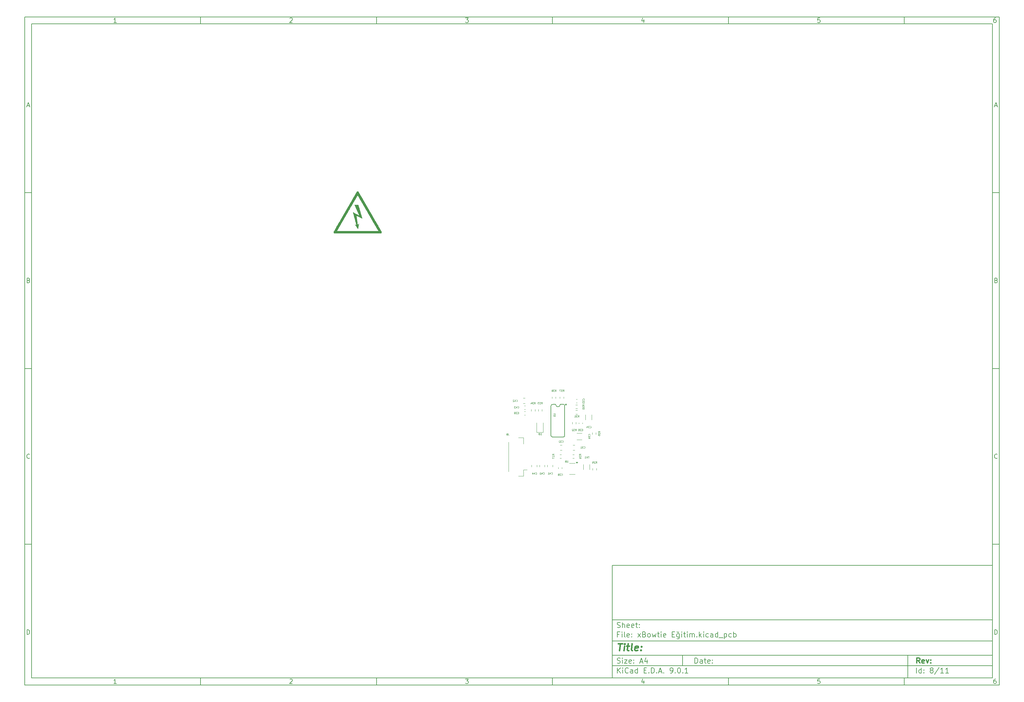
<source format=gbo>
%TF.GenerationSoftware,KiCad,Pcbnew,9.0.1*%
%TF.CreationDate,2025-04-08T16:08:48+03:00*%
%TF.ProjectId,xBowtie E_itim,78426f77-7469-4652-9045-1f6974696d2e,rev?*%
%TF.SameCoordinates,Original*%
%TF.FileFunction,Legend,Bot*%
%TF.FilePolarity,Positive*%
%FSLAX46Y46*%
G04 Gerber Fmt 4.6, Leading zero omitted, Abs format (unit mm)*
G04 Created by KiCad (PCBNEW 9.0.1) date 2025-04-08 16:08:48*
%MOMM*%
%LPD*%
G01*
G04 APERTURE LIST*
%ADD10C,0.100000*%
%ADD11C,0.150000*%
%ADD12C,0.300000*%
%ADD13C,0.400000*%
%ADD14C,0.120000*%
%ADD15C,0.000000*%
%ADD16C,0.203200*%
%ADD17C,0.218497*%
G04 APERTURE END LIST*
D10*
D11*
X177002200Y-166007200D02*
X285002200Y-166007200D01*
X285002200Y-198007200D01*
X177002200Y-198007200D01*
X177002200Y-166007200D01*
D10*
D11*
X10000000Y-10000000D02*
X287002200Y-10000000D01*
X287002200Y-200007200D01*
X10000000Y-200007200D01*
X10000000Y-10000000D01*
D10*
D11*
X12000000Y-12000000D02*
X285002200Y-12000000D01*
X285002200Y-198007200D01*
X12000000Y-198007200D01*
X12000000Y-12000000D01*
D10*
D11*
X60000000Y-12000000D02*
X60000000Y-10000000D01*
D10*
D11*
X110000000Y-12000000D02*
X110000000Y-10000000D01*
D10*
D11*
X160000000Y-12000000D02*
X160000000Y-10000000D01*
D10*
D11*
X210000000Y-12000000D02*
X210000000Y-10000000D01*
D10*
D11*
X260000000Y-12000000D02*
X260000000Y-10000000D01*
D10*
D11*
X36089160Y-11593604D02*
X35346303Y-11593604D01*
X35717731Y-11593604D02*
X35717731Y-10293604D01*
X35717731Y-10293604D02*
X35593922Y-10479319D01*
X35593922Y-10479319D02*
X35470112Y-10603128D01*
X35470112Y-10603128D02*
X35346303Y-10665033D01*
D10*
D11*
X85346303Y-10417414D02*
X85408207Y-10355509D01*
X85408207Y-10355509D02*
X85532017Y-10293604D01*
X85532017Y-10293604D02*
X85841541Y-10293604D01*
X85841541Y-10293604D02*
X85965350Y-10355509D01*
X85965350Y-10355509D02*
X86027255Y-10417414D01*
X86027255Y-10417414D02*
X86089160Y-10541223D01*
X86089160Y-10541223D02*
X86089160Y-10665033D01*
X86089160Y-10665033D02*
X86027255Y-10850747D01*
X86027255Y-10850747D02*
X85284398Y-11593604D01*
X85284398Y-11593604D02*
X86089160Y-11593604D01*
D10*
D11*
X135284398Y-10293604D02*
X136089160Y-10293604D01*
X136089160Y-10293604D02*
X135655826Y-10788842D01*
X135655826Y-10788842D02*
X135841541Y-10788842D01*
X135841541Y-10788842D02*
X135965350Y-10850747D01*
X135965350Y-10850747D02*
X136027255Y-10912652D01*
X136027255Y-10912652D02*
X136089160Y-11036461D01*
X136089160Y-11036461D02*
X136089160Y-11345985D01*
X136089160Y-11345985D02*
X136027255Y-11469795D01*
X136027255Y-11469795D02*
X135965350Y-11531700D01*
X135965350Y-11531700D02*
X135841541Y-11593604D01*
X135841541Y-11593604D02*
X135470112Y-11593604D01*
X135470112Y-11593604D02*
X135346303Y-11531700D01*
X135346303Y-11531700D02*
X135284398Y-11469795D01*
D10*
D11*
X185965350Y-10726938D02*
X185965350Y-11593604D01*
X185655826Y-10231700D02*
X185346303Y-11160271D01*
X185346303Y-11160271D02*
X186151064Y-11160271D01*
D10*
D11*
X236027255Y-10293604D02*
X235408207Y-10293604D01*
X235408207Y-10293604D02*
X235346303Y-10912652D01*
X235346303Y-10912652D02*
X235408207Y-10850747D01*
X235408207Y-10850747D02*
X235532017Y-10788842D01*
X235532017Y-10788842D02*
X235841541Y-10788842D01*
X235841541Y-10788842D02*
X235965350Y-10850747D01*
X235965350Y-10850747D02*
X236027255Y-10912652D01*
X236027255Y-10912652D02*
X236089160Y-11036461D01*
X236089160Y-11036461D02*
X236089160Y-11345985D01*
X236089160Y-11345985D02*
X236027255Y-11469795D01*
X236027255Y-11469795D02*
X235965350Y-11531700D01*
X235965350Y-11531700D02*
X235841541Y-11593604D01*
X235841541Y-11593604D02*
X235532017Y-11593604D01*
X235532017Y-11593604D02*
X235408207Y-11531700D01*
X235408207Y-11531700D02*
X235346303Y-11469795D01*
D10*
D11*
X285965350Y-10293604D02*
X285717731Y-10293604D01*
X285717731Y-10293604D02*
X285593922Y-10355509D01*
X285593922Y-10355509D02*
X285532017Y-10417414D01*
X285532017Y-10417414D02*
X285408207Y-10603128D01*
X285408207Y-10603128D02*
X285346303Y-10850747D01*
X285346303Y-10850747D02*
X285346303Y-11345985D01*
X285346303Y-11345985D02*
X285408207Y-11469795D01*
X285408207Y-11469795D02*
X285470112Y-11531700D01*
X285470112Y-11531700D02*
X285593922Y-11593604D01*
X285593922Y-11593604D02*
X285841541Y-11593604D01*
X285841541Y-11593604D02*
X285965350Y-11531700D01*
X285965350Y-11531700D02*
X286027255Y-11469795D01*
X286027255Y-11469795D02*
X286089160Y-11345985D01*
X286089160Y-11345985D02*
X286089160Y-11036461D01*
X286089160Y-11036461D02*
X286027255Y-10912652D01*
X286027255Y-10912652D02*
X285965350Y-10850747D01*
X285965350Y-10850747D02*
X285841541Y-10788842D01*
X285841541Y-10788842D02*
X285593922Y-10788842D01*
X285593922Y-10788842D02*
X285470112Y-10850747D01*
X285470112Y-10850747D02*
X285408207Y-10912652D01*
X285408207Y-10912652D02*
X285346303Y-11036461D01*
D10*
D11*
X60000000Y-198007200D02*
X60000000Y-200007200D01*
D10*
D11*
X110000000Y-198007200D02*
X110000000Y-200007200D01*
D10*
D11*
X160000000Y-198007200D02*
X160000000Y-200007200D01*
D10*
D11*
X210000000Y-198007200D02*
X210000000Y-200007200D01*
D10*
D11*
X260000000Y-198007200D02*
X260000000Y-200007200D01*
D10*
D11*
X36089160Y-199600804D02*
X35346303Y-199600804D01*
X35717731Y-199600804D02*
X35717731Y-198300804D01*
X35717731Y-198300804D02*
X35593922Y-198486519D01*
X35593922Y-198486519D02*
X35470112Y-198610328D01*
X35470112Y-198610328D02*
X35346303Y-198672233D01*
D10*
D11*
X85346303Y-198424614D02*
X85408207Y-198362709D01*
X85408207Y-198362709D02*
X85532017Y-198300804D01*
X85532017Y-198300804D02*
X85841541Y-198300804D01*
X85841541Y-198300804D02*
X85965350Y-198362709D01*
X85965350Y-198362709D02*
X86027255Y-198424614D01*
X86027255Y-198424614D02*
X86089160Y-198548423D01*
X86089160Y-198548423D02*
X86089160Y-198672233D01*
X86089160Y-198672233D02*
X86027255Y-198857947D01*
X86027255Y-198857947D02*
X85284398Y-199600804D01*
X85284398Y-199600804D02*
X86089160Y-199600804D01*
D10*
D11*
X135284398Y-198300804D02*
X136089160Y-198300804D01*
X136089160Y-198300804D02*
X135655826Y-198796042D01*
X135655826Y-198796042D02*
X135841541Y-198796042D01*
X135841541Y-198796042D02*
X135965350Y-198857947D01*
X135965350Y-198857947D02*
X136027255Y-198919852D01*
X136027255Y-198919852D02*
X136089160Y-199043661D01*
X136089160Y-199043661D02*
X136089160Y-199353185D01*
X136089160Y-199353185D02*
X136027255Y-199476995D01*
X136027255Y-199476995D02*
X135965350Y-199538900D01*
X135965350Y-199538900D02*
X135841541Y-199600804D01*
X135841541Y-199600804D02*
X135470112Y-199600804D01*
X135470112Y-199600804D02*
X135346303Y-199538900D01*
X135346303Y-199538900D02*
X135284398Y-199476995D01*
D10*
D11*
X185965350Y-198734138D02*
X185965350Y-199600804D01*
X185655826Y-198238900D02*
X185346303Y-199167471D01*
X185346303Y-199167471D02*
X186151064Y-199167471D01*
D10*
D11*
X236027255Y-198300804D02*
X235408207Y-198300804D01*
X235408207Y-198300804D02*
X235346303Y-198919852D01*
X235346303Y-198919852D02*
X235408207Y-198857947D01*
X235408207Y-198857947D02*
X235532017Y-198796042D01*
X235532017Y-198796042D02*
X235841541Y-198796042D01*
X235841541Y-198796042D02*
X235965350Y-198857947D01*
X235965350Y-198857947D02*
X236027255Y-198919852D01*
X236027255Y-198919852D02*
X236089160Y-199043661D01*
X236089160Y-199043661D02*
X236089160Y-199353185D01*
X236089160Y-199353185D02*
X236027255Y-199476995D01*
X236027255Y-199476995D02*
X235965350Y-199538900D01*
X235965350Y-199538900D02*
X235841541Y-199600804D01*
X235841541Y-199600804D02*
X235532017Y-199600804D01*
X235532017Y-199600804D02*
X235408207Y-199538900D01*
X235408207Y-199538900D02*
X235346303Y-199476995D01*
D10*
D11*
X285965350Y-198300804D02*
X285717731Y-198300804D01*
X285717731Y-198300804D02*
X285593922Y-198362709D01*
X285593922Y-198362709D02*
X285532017Y-198424614D01*
X285532017Y-198424614D02*
X285408207Y-198610328D01*
X285408207Y-198610328D02*
X285346303Y-198857947D01*
X285346303Y-198857947D02*
X285346303Y-199353185D01*
X285346303Y-199353185D02*
X285408207Y-199476995D01*
X285408207Y-199476995D02*
X285470112Y-199538900D01*
X285470112Y-199538900D02*
X285593922Y-199600804D01*
X285593922Y-199600804D02*
X285841541Y-199600804D01*
X285841541Y-199600804D02*
X285965350Y-199538900D01*
X285965350Y-199538900D02*
X286027255Y-199476995D01*
X286027255Y-199476995D02*
X286089160Y-199353185D01*
X286089160Y-199353185D02*
X286089160Y-199043661D01*
X286089160Y-199043661D02*
X286027255Y-198919852D01*
X286027255Y-198919852D02*
X285965350Y-198857947D01*
X285965350Y-198857947D02*
X285841541Y-198796042D01*
X285841541Y-198796042D02*
X285593922Y-198796042D01*
X285593922Y-198796042D02*
X285470112Y-198857947D01*
X285470112Y-198857947D02*
X285408207Y-198919852D01*
X285408207Y-198919852D02*
X285346303Y-199043661D01*
D10*
D11*
X10000000Y-60000000D02*
X12000000Y-60000000D01*
D10*
D11*
X10000000Y-110000000D02*
X12000000Y-110000000D01*
D10*
D11*
X10000000Y-160000000D02*
X12000000Y-160000000D01*
D10*
D11*
X10690476Y-35222176D02*
X11309523Y-35222176D01*
X10566666Y-35593604D02*
X10999999Y-34293604D01*
X10999999Y-34293604D02*
X11433333Y-35593604D01*
D10*
D11*
X11092857Y-84912652D02*
X11278571Y-84974557D01*
X11278571Y-84974557D02*
X11340476Y-85036461D01*
X11340476Y-85036461D02*
X11402380Y-85160271D01*
X11402380Y-85160271D02*
X11402380Y-85345985D01*
X11402380Y-85345985D02*
X11340476Y-85469795D01*
X11340476Y-85469795D02*
X11278571Y-85531700D01*
X11278571Y-85531700D02*
X11154761Y-85593604D01*
X11154761Y-85593604D02*
X10659523Y-85593604D01*
X10659523Y-85593604D02*
X10659523Y-84293604D01*
X10659523Y-84293604D02*
X11092857Y-84293604D01*
X11092857Y-84293604D02*
X11216666Y-84355509D01*
X11216666Y-84355509D02*
X11278571Y-84417414D01*
X11278571Y-84417414D02*
X11340476Y-84541223D01*
X11340476Y-84541223D02*
X11340476Y-84665033D01*
X11340476Y-84665033D02*
X11278571Y-84788842D01*
X11278571Y-84788842D02*
X11216666Y-84850747D01*
X11216666Y-84850747D02*
X11092857Y-84912652D01*
X11092857Y-84912652D02*
X10659523Y-84912652D01*
D10*
D11*
X11402380Y-135469795D02*
X11340476Y-135531700D01*
X11340476Y-135531700D02*
X11154761Y-135593604D01*
X11154761Y-135593604D02*
X11030952Y-135593604D01*
X11030952Y-135593604D02*
X10845238Y-135531700D01*
X10845238Y-135531700D02*
X10721428Y-135407890D01*
X10721428Y-135407890D02*
X10659523Y-135284080D01*
X10659523Y-135284080D02*
X10597619Y-135036461D01*
X10597619Y-135036461D02*
X10597619Y-134850747D01*
X10597619Y-134850747D02*
X10659523Y-134603128D01*
X10659523Y-134603128D02*
X10721428Y-134479319D01*
X10721428Y-134479319D02*
X10845238Y-134355509D01*
X10845238Y-134355509D02*
X11030952Y-134293604D01*
X11030952Y-134293604D02*
X11154761Y-134293604D01*
X11154761Y-134293604D02*
X11340476Y-134355509D01*
X11340476Y-134355509D02*
X11402380Y-134417414D01*
D10*
D11*
X10659523Y-185593604D02*
X10659523Y-184293604D01*
X10659523Y-184293604D02*
X10969047Y-184293604D01*
X10969047Y-184293604D02*
X11154761Y-184355509D01*
X11154761Y-184355509D02*
X11278571Y-184479319D01*
X11278571Y-184479319D02*
X11340476Y-184603128D01*
X11340476Y-184603128D02*
X11402380Y-184850747D01*
X11402380Y-184850747D02*
X11402380Y-185036461D01*
X11402380Y-185036461D02*
X11340476Y-185284080D01*
X11340476Y-185284080D02*
X11278571Y-185407890D01*
X11278571Y-185407890D02*
X11154761Y-185531700D01*
X11154761Y-185531700D02*
X10969047Y-185593604D01*
X10969047Y-185593604D02*
X10659523Y-185593604D01*
D10*
D11*
X287002200Y-60000000D02*
X285002200Y-60000000D01*
D10*
D11*
X287002200Y-110000000D02*
X285002200Y-110000000D01*
D10*
D11*
X287002200Y-160000000D02*
X285002200Y-160000000D01*
D10*
D11*
X285692676Y-35222176D02*
X286311723Y-35222176D01*
X285568866Y-35593604D02*
X286002199Y-34293604D01*
X286002199Y-34293604D02*
X286435533Y-35593604D01*
D10*
D11*
X286095057Y-84912652D02*
X286280771Y-84974557D01*
X286280771Y-84974557D02*
X286342676Y-85036461D01*
X286342676Y-85036461D02*
X286404580Y-85160271D01*
X286404580Y-85160271D02*
X286404580Y-85345985D01*
X286404580Y-85345985D02*
X286342676Y-85469795D01*
X286342676Y-85469795D02*
X286280771Y-85531700D01*
X286280771Y-85531700D02*
X286156961Y-85593604D01*
X286156961Y-85593604D02*
X285661723Y-85593604D01*
X285661723Y-85593604D02*
X285661723Y-84293604D01*
X285661723Y-84293604D02*
X286095057Y-84293604D01*
X286095057Y-84293604D02*
X286218866Y-84355509D01*
X286218866Y-84355509D02*
X286280771Y-84417414D01*
X286280771Y-84417414D02*
X286342676Y-84541223D01*
X286342676Y-84541223D02*
X286342676Y-84665033D01*
X286342676Y-84665033D02*
X286280771Y-84788842D01*
X286280771Y-84788842D02*
X286218866Y-84850747D01*
X286218866Y-84850747D02*
X286095057Y-84912652D01*
X286095057Y-84912652D02*
X285661723Y-84912652D01*
D10*
D11*
X286404580Y-135469795D02*
X286342676Y-135531700D01*
X286342676Y-135531700D02*
X286156961Y-135593604D01*
X286156961Y-135593604D02*
X286033152Y-135593604D01*
X286033152Y-135593604D02*
X285847438Y-135531700D01*
X285847438Y-135531700D02*
X285723628Y-135407890D01*
X285723628Y-135407890D02*
X285661723Y-135284080D01*
X285661723Y-135284080D02*
X285599819Y-135036461D01*
X285599819Y-135036461D02*
X285599819Y-134850747D01*
X285599819Y-134850747D02*
X285661723Y-134603128D01*
X285661723Y-134603128D02*
X285723628Y-134479319D01*
X285723628Y-134479319D02*
X285847438Y-134355509D01*
X285847438Y-134355509D02*
X286033152Y-134293604D01*
X286033152Y-134293604D02*
X286156961Y-134293604D01*
X286156961Y-134293604D02*
X286342676Y-134355509D01*
X286342676Y-134355509D02*
X286404580Y-134417414D01*
D10*
D11*
X285661723Y-185593604D02*
X285661723Y-184293604D01*
X285661723Y-184293604D02*
X285971247Y-184293604D01*
X285971247Y-184293604D02*
X286156961Y-184355509D01*
X286156961Y-184355509D02*
X286280771Y-184479319D01*
X286280771Y-184479319D02*
X286342676Y-184603128D01*
X286342676Y-184603128D02*
X286404580Y-184850747D01*
X286404580Y-184850747D02*
X286404580Y-185036461D01*
X286404580Y-185036461D02*
X286342676Y-185284080D01*
X286342676Y-185284080D02*
X286280771Y-185407890D01*
X286280771Y-185407890D02*
X286156961Y-185531700D01*
X286156961Y-185531700D02*
X285971247Y-185593604D01*
X285971247Y-185593604D02*
X285661723Y-185593604D01*
D10*
D11*
X200458026Y-193793328D02*
X200458026Y-192293328D01*
X200458026Y-192293328D02*
X200815169Y-192293328D01*
X200815169Y-192293328D02*
X201029455Y-192364757D01*
X201029455Y-192364757D02*
X201172312Y-192507614D01*
X201172312Y-192507614D02*
X201243741Y-192650471D01*
X201243741Y-192650471D02*
X201315169Y-192936185D01*
X201315169Y-192936185D02*
X201315169Y-193150471D01*
X201315169Y-193150471D02*
X201243741Y-193436185D01*
X201243741Y-193436185D02*
X201172312Y-193579042D01*
X201172312Y-193579042D02*
X201029455Y-193721900D01*
X201029455Y-193721900D02*
X200815169Y-193793328D01*
X200815169Y-193793328D02*
X200458026Y-193793328D01*
X202600884Y-193793328D02*
X202600884Y-193007614D01*
X202600884Y-193007614D02*
X202529455Y-192864757D01*
X202529455Y-192864757D02*
X202386598Y-192793328D01*
X202386598Y-192793328D02*
X202100884Y-192793328D01*
X202100884Y-192793328D02*
X201958026Y-192864757D01*
X202600884Y-193721900D02*
X202458026Y-193793328D01*
X202458026Y-193793328D02*
X202100884Y-193793328D01*
X202100884Y-193793328D02*
X201958026Y-193721900D01*
X201958026Y-193721900D02*
X201886598Y-193579042D01*
X201886598Y-193579042D02*
X201886598Y-193436185D01*
X201886598Y-193436185D02*
X201958026Y-193293328D01*
X201958026Y-193293328D02*
X202100884Y-193221900D01*
X202100884Y-193221900D02*
X202458026Y-193221900D01*
X202458026Y-193221900D02*
X202600884Y-193150471D01*
X203100884Y-192793328D02*
X203672312Y-192793328D01*
X203315169Y-192293328D02*
X203315169Y-193579042D01*
X203315169Y-193579042D02*
X203386598Y-193721900D01*
X203386598Y-193721900D02*
X203529455Y-193793328D01*
X203529455Y-193793328D02*
X203672312Y-193793328D01*
X204743741Y-193721900D02*
X204600884Y-193793328D01*
X204600884Y-193793328D02*
X204315170Y-193793328D01*
X204315170Y-193793328D02*
X204172312Y-193721900D01*
X204172312Y-193721900D02*
X204100884Y-193579042D01*
X204100884Y-193579042D02*
X204100884Y-193007614D01*
X204100884Y-193007614D02*
X204172312Y-192864757D01*
X204172312Y-192864757D02*
X204315170Y-192793328D01*
X204315170Y-192793328D02*
X204600884Y-192793328D01*
X204600884Y-192793328D02*
X204743741Y-192864757D01*
X204743741Y-192864757D02*
X204815170Y-193007614D01*
X204815170Y-193007614D02*
X204815170Y-193150471D01*
X204815170Y-193150471D02*
X204100884Y-193293328D01*
X205458026Y-193650471D02*
X205529455Y-193721900D01*
X205529455Y-193721900D02*
X205458026Y-193793328D01*
X205458026Y-193793328D02*
X205386598Y-193721900D01*
X205386598Y-193721900D02*
X205458026Y-193650471D01*
X205458026Y-193650471D02*
X205458026Y-193793328D01*
X205458026Y-192864757D02*
X205529455Y-192936185D01*
X205529455Y-192936185D02*
X205458026Y-193007614D01*
X205458026Y-193007614D02*
X205386598Y-192936185D01*
X205386598Y-192936185D02*
X205458026Y-192864757D01*
X205458026Y-192864757D02*
X205458026Y-193007614D01*
D10*
D11*
X177002200Y-194507200D02*
X285002200Y-194507200D01*
D10*
D11*
X178458026Y-196593328D02*
X178458026Y-195093328D01*
X179315169Y-196593328D02*
X178672312Y-195736185D01*
X179315169Y-195093328D02*
X178458026Y-195950471D01*
X179958026Y-196593328D02*
X179958026Y-195593328D01*
X179958026Y-195093328D02*
X179886598Y-195164757D01*
X179886598Y-195164757D02*
X179958026Y-195236185D01*
X179958026Y-195236185D02*
X180029455Y-195164757D01*
X180029455Y-195164757D02*
X179958026Y-195093328D01*
X179958026Y-195093328D02*
X179958026Y-195236185D01*
X181529455Y-196450471D02*
X181458027Y-196521900D01*
X181458027Y-196521900D02*
X181243741Y-196593328D01*
X181243741Y-196593328D02*
X181100884Y-196593328D01*
X181100884Y-196593328D02*
X180886598Y-196521900D01*
X180886598Y-196521900D02*
X180743741Y-196379042D01*
X180743741Y-196379042D02*
X180672312Y-196236185D01*
X180672312Y-196236185D02*
X180600884Y-195950471D01*
X180600884Y-195950471D02*
X180600884Y-195736185D01*
X180600884Y-195736185D02*
X180672312Y-195450471D01*
X180672312Y-195450471D02*
X180743741Y-195307614D01*
X180743741Y-195307614D02*
X180886598Y-195164757D01*
X180886598Y-195164757D02*
X181100884Y-195093328D01*
X181100884Y-195093328D02*
X181243741Y-195093328D01*
X181243741Y-195093328D02*
X181458027Y-195164757D01*
X181458027Y-195164757D02*
X181529455Y-195236185D01*
X182815170Y-196593328D02*
X182815170Y-195807614D01*
X182815170Y-195807614D02*
X182743741Y-195664757D01*
X182743741Y-195664757D02*
X182600884Y-195593328D01*
X182600884Y-195593328D02*
X182315170Y-195593328D01*
X182315170Y-195593328D02*
X182172312Y-195664757D01*
X182815170Y-196521900D02*
X182672312Y-196593328D01*
X182672312Y-196593328D02*
X182315170Y-196593328D01*
X182315170Y-196593328D02*
X182172312Y-196521900D01*
X182172312Y-196521900D02*
X182100884Y-196379042D01*
X182100884Y-196379042D02*
X182100884Y-196236185D01*
X182100884Y-196236185D02*
X182172312Y-196093328D01*
X182172312Y-196093328D02*
X182315170Y-196021900D01*
X182315170Y-196021900D02*
X182672312Y-196021900D01*
X182672312Y-196021900D02*
X182815170Y-195950471D01*
X184172313Y-196593328D02*
X184172313Y-195093328D01*
X184172313Y-196521900D02*
X184029455Y-196593328D01*
X184029455Y-196593328D02*
X183743741Y-196593328D01*
X183743741Y-196593328D02*
X183600884Y-196521900D01*
X183600884Y-196521900D02*
X183529455Y-196450471D01*
X183529455Y-196450471D02*
X183458027Y-196307614D01*
X183458027Y-196307614D02*
X183458027Y-195879042D01*
X183458027Y-195879042D02*
X183529455Y-195736185D01*
X183529455Y-195736185D02*
X183600884Y-195664757D01*
X183600884Y-195664757D02*
X183743741Y-195593328D01*
X183743741Y-195593328D02*
X184029455Y-195593328D01*
X184029455Y-195593328D02*
X184172313Y-195664757D01*
X186029455Y-195807614D02*
X186529455Y-195807614D01*
X186743741Y-196593328D02*
X186029455Y-196593328D01*
X186029455Y-196593328D02*
X186029455Y-195093328D01*
X186029455Y-195093328D02*
X186743741Y-195093328D01*
X187386598Y-196450471D02*
X187458027Y-196521900D01*
X187458027Y-196521900D02*
X187386598Y-196593328D01*
X187386598Y-196593328D02*
X187315170Y-196521900D01*
X187315170Y-196521900D02*
X187386598Y-196450471D01*
X187386598Y-196450471D02*
X187386598Y-196593328D01*
X188100884Y-196593328D02*
X188100884Y-195093328D01*
X188100884Y-195093328D02*
X188458027Y-195093328D01*
X188458027Y-195093328D02*
X188672313Y-195164757D01*
X188672313Y-195164757D02*
X188815170Y-195307614D01*
X188815170Y-195307614D02*
X188886599Y-195450471D01*
X188886599Y-195450471D02*
X188958027Y-195736185D01*
X188958027Y-195736185D02*
X188958027Y-195950471D01*
X188958027Y-195950471D02*
X188886599Y-196236185D01*
X188886599Y-196236185D02*
X188815170Y-196379042D01*
X188815170Y-196379042D02*
X188672313Y-196521900D01*
X188672313Y-196521900D02*
X188458027Y-196593328D01*
X188458027Y-196593328D02*
X188100884Y-196593328D01*
X189600884Y-196450471D02*
X189672313Y-196521900D01*
X189672313Y-196521900D02*
X189600884Y-196593328D01*
X189600884Y-196593328D02*
X189529456Y-196521900D01*
X189529456Y-196521900D02*
X189600884Y-196450471D01*
X189600884Y-196450471D02*
X189600884Y-196593328D01*
X190243742Y-196164757D02*
X190958028Y-196164757D01*
X190100885Y-196593328D02*
X190600885Y-195093328D01*
X190600885Y-195093328D02*
X191100885Y-196593328D01*
X191600884Y-196450471D02*
X191672313Y-196521900D01*
X191672313Y-196521900D02*
X191600884Y-196593328D01*
X191600884Y-196593328D02*
X191529456Y-196521900D01*
X191529456Y-196521900D02*
X191600884Y-196450471D01*
X191600884Y-196450471D02*
X191600884Y-196593328D01*
X193529456Y-196593328D02*
X193815170Y-196593328D01*
X193815170Y-196593328D02*
X193958027Y-196521900D01*
X193958027Y-196521900D02*
X194029456Y-196450471D01*
X194029456Y-196450471D02*
X194172313Y-196236185D01*
X194172313Y-196236185D02*
X194243742Y-195950471D01*
X194243742Y-195950471D02*
X194243742Y-195379042D01*
X194243742Y-195379042D02*
X194172313Y-195236185D01*
X194172313Y-195236185D02*
X194100885Y-195164757D01*
X194100885Y-195164757D02*
X193958027Y-195093328D01*
X193958027Y-195093328D02*
X193672313Y-195093328D01*
X193672313Y-195093328D02*
X193529456Y-195164757D01*
X193529456Y-195164757D02*
X193458027Y-195236185D01*
X193458027Y-195236185D02*
X193386599Y-195379042D01*
X193386599Y-195379042D02*
X193386599Y-195736185D01*
X193386599Y-195736185D02*
X193458027Y-195879042D01*
X193458027Y-195879042D02*
X193529456Y-195950471D01*
X193529456Y-195950471D02*
X193672313Y-196021900D01*
X193672313Y-196021900D02*
X193958027Y-196021900D01*
X193958027Y-196021900D02*
X194100885Y-195950471D01*
X194100885Y-195950471D02*
X194172313Y-195879042D01*
X194172313Y-195879042D02*
X194243742Y-195736185D01*
X194886598Y-196450471D02*
X194958027Y-196521900D01*
X194958027Y-196521900D02*
X194886598Y-196593328D01*
X194886598Y-196593328D02*
X194815170Y-196521900D01*
X194815170Y-196521900D02*
X194886598Y-196450471D01*
X194886598Y-196450471D02*
X194886598Y-196593328D01*
X195886599Y-195093328D02*
X196029456Y-195093328D01*
X196029456Y-195093328D02*
X196172313Y-195164757D01*
X196172313Y-195164757D02*
X196243742Y-195236185D01*
X196243742Y-195236185D02*
X196315170Y-195379042D01*
X196315170Y-195379042D02*
X196386599Y-195664757D01*
X196386599Y-195664757D02*
X196386599Y-196021900D01*
X196386599Y-196021900D02*
X196315170Y-196307614D01*
X196315170Y-196307614D02*
X196243742Y-196450471D01*
X196243742Y-196450471D02*
X196172313Y-196521900D01*
X196172313Y-196521900D02*
X196029456Y-196593328D01*
X196029456Y-196593328D02*
X195886599Y-196593328D01*
X195886599Y-196593328D02*
X195743742Y-196521900D01*
X195743742Y-196521900D02*
X195672313Y-196450471D01*
X195672313Y-196450471D02*
X195600884Y-196307614D01*
X195600884Y-196307614D02*
X195529456Y-196021900D01*
X195529456Y-196021900D02*
X195529456Y-195664757D01*
X195529456Y-195664757D02*
X195600884Y-195379042D01*
X195600884Y-195379042D02*
X195672313Y-195236185D01*
X195672313Y-195236185D02*
X195743742Y-195164757D01*
X195743742Y-195164757D02*
X195886599Y-195093328D01*
X197029455Y-196450471D02*
X197100884Y-196521900D01*
X197100884Y-196521900D02*
X197029455Y-196593328D01*
X197029455Y-196593328D02*
X196958027Y-196521900D01*
X196958027Y-196521900D02*
X197029455Y-196450471D01*
X197029455Y-196450471D02*
X197029455Y-196593328D01*
X198529456Y-196593328D02*
X197672313Y-196593328D01*
X198100884Y-196593328D02*
X198100884Y-195093328D01*
X198100884Y-195093328D02*
X197958027Y-195307614D01*
X197958027Y-195307614D02*
X197815170Y-195450471D01*
X197815170Y-195450471D02*
X197672313Y-195521900D01*
D10*
D11*
X177002200Y-191507200D02*
X285002200Y-191507200D01*
D10*
D12*
X264413853Y-193785528D02*
X263913853Y-193071242D01*
X263556710Y-193785528D02*
X263556710Y-192285528D01*
X263556710Y-192285528D02*
X264128139Y-192285528D01*
X264128139Y-192285528D02*
X264270996Y-192356957D01*
X264270996Y-192356957D02*
X264342425Y-192428385D01*
X264342425Y-192428385D02*
X264413853Y-192571242D01*
X264413853Y-192571242D02*
X264413853Y-192785528D01*
X264413853Y-192785528D02*
X264342425Y-192928385D01*
X264342425Y-192928385D02*
X264270996Y-192999814D01*
X264270996Y-192999814D02*
X264128139Y-193071242D01*
X264128139Y-193071242D02*
X263556710Y-193071242D01*
X265628139Y-193714100D02*
X265485282Y-193785528D01*
X265485282Y-193785528D02*
X265199568Y-193785528D01*
X265199568Y-193785528D02*
X265056710Y-193714100D01*
X265056710Y-193714100D02*
X264985282Y-193571242D01*
X264985282Y-193571242D02*
X264985282Y-192999814D01*
X264985282Y-192999814D02*
X265056710Y-192856957D01*
X265056710Y-192856957D02*
X265199568Y-192785528D01*
X265199568Y-192785528D02*
X265485282Y-192785528D01*
X265485282Y-192785528D02*
X265628139Y-192856957D01*
X265628139Y-192856957D02*
X265699568Y-192999814D01*
X265699568Y-192999814D02*
X265699568Y-193142671D01*
X265699568Y-193142671D02*
X264985282Y-193285528D01*
X266199567Y-192785528D02*
X266556710Y-193785528D01*
X266556710Y-193785528D02*
X266913853Y-192785528D01*
X267485281Y-193642671D02*
X267556710Y-193714100D01*
X267556710Y-193714100D02*
X267485281Y-193785528D01*
X267485281Y-193785528D02*
X267413853Y-193714100D01*
X267413853Y-193714100D02*
X267485281Y-193642671D01*
X267485281Y-193642671D02*
X267485281Y-193785528D01*
X267485281Y-192856957D02*
X267556710Y-192928385D01*
X267556710Y-192928385D02*
X267485281Y-192999814D01*
X267485281Y-192999814D02*
X267413853Y-192928385D01*
X267413853Y-192928385D02*
X267485281Y-192856957D01*
X267485281Y-192856957D02*
X267485281Y-192999814D01*
D10*
D11*
X178386598Y-193721900D02*
X178600884Y-193793328D01*
X178600884Y-193793328D02*
X178958026Y-193793328D01*
X178958026Y-193793328D02*
X179100884Y-193721900D01*
X179100884Y-193721900D02*
X179172312Y-193650471D01*
X179172312Y-193650471D02*
X179243741Y-193507614D01*
X179243741Y-193507614D02*
X179243741Y-193364757D01*
X179243741Y-193364757D02*
X179172312Y-193221900D01*
X179172312Y-193221900D02*
X179100884Y-193150471D01*
X179100884Y-193150471D02*
X178958026Y-193079042D01*
X178958026Y-193079042D02*
X178672312Y-193007614D01*
X178672312Y-193007614D02*
X178529455Y-192936185D01*
X178529455Y-192936185D02*
X178458026Y-192864757D01*
X178458026Y-192864757D02*
X178386598Y-192721900D01*
X178386598Y-192721900D02*
X178386598Y-192579042D01*
X178386598Y-192579042D02*
X178458026Y-192436185D01*
X178458026Y-192436185D02*
X178529455Y-192364757D01*
X178529455Y-192364757D02*
X178672312Y-192293328D01*
X178672312Y-192293328D02*
X179029455Y-192293328D01*
X179029455Y-192293328D02*
X179243741Y-192364757D01*
X179886597Y-193793328D02*
X179886597Y-192793328D01*
X179886597Y-192293328D02*
X179815169Y-192364757D01*
X179815169Y-192364757D02*
X179886597Y-192436185D01*
X179886597Y-192436185D02*
X179958026Y-192364757D01*
X179958026Y-192364757D02*
X179886597Y-192293328D01*
X179886597Y-192293328D02*
X179886597Y-192436185D01*
X180458026Y-192793328D02*
X181243741Y-192793328D01*
X181243741Y-192793328D02*
X180458026Y-193793328D01*
X180458026Y-193793328D02*
X181243741Y-193793328D01*
X182386598Y-193721900D02*
X182243741Y-193793328D01*
X182243741Y-193793328D02*
X181958027Y-193793328D01*
X181958027Y-193793328D02*
X181815169Y-193721900D01*
X181815169Y-193721900D02*
X181743741Y-193579042D01*
X181743741Y-193579042D02*
X181743741Y-193007614D01*
X181743741Y-193007614D02*
X181815169Y-192864757D01*
X181815169Y-192864757D02*
X181958027Y-192793328D01*
X181958027Y-192793328D02*
X182243741Y-192793328D01*
X182243741Y-192793328D02*
X182386598Y-192864757D01*
X182386598Y-192864757D02*
X182458027Y-193007614D01*
X182458027Y-193007614D02*
X182458027Y-193150471D01*
X182458027Y-193150471D02*
X181743741Y-193293328D01*
X183100883Y-193650471D02*
X183172312Y-193721900D01*
X183172312Y-193721900D02*
X183100883Y-193793328D01*
X183100883Y-193793328D02*
X183029455Y-193721900D01*
X183029455Y-193721900D02*
X183100883Y-193650471D01*
X183100883Y-193650471D02*
X183100883Y-193793328D01*
X183100883Y-192864757D02*
X183172312Y-192936185D01*
X183172312Y-192936185D02*
X183100883Y-193007614D01*
X183100883Y-193007614D02*
X183029455Y-192936185D01*
X183029455Y-192936185D02*
X183100883Y-192864757D01*
X183100883Y-192864757D02*
X183100883Y-193007614D01*
X184886598Y-193364757D02*
X185600884Y-193364757D01*
X184743741Y-193793328D02*
X185243741Y-192293328D01*
X185243741Y-192293328D02*
X185743741Y-193793328D01*
X186886598Y-192793328D02*
X186886598Y-193793328D01*
X186529455Y-192221900D02*
X186172312Y-193293328D01*
X186172312Y-193293328D02*
X187100883Y-193293328D01*
D10*
D11*
X263458026Y-196593328D02*
X263458026Y-195093328D01*
X264815170Y-196593328D02*
X264815170Y-195093328D01*
X264815170Y-196521900D02*
X264672312Y-196593328D01*
X264672312Y-196593328D02*
X264386598Y-196593328D01*
X264386598Y-196593328D02*
X264243741Y-196521900D01*
X264243741Y-196521900D02*
X264172312Y-196450471D01*
X264172312Y-196450471D02*
X264100884Y-196307614D01*
X264100884Y-196307614D02*
X264100884Y-195879042D01*
X264100884Y-195879042D02*
X264172312Y-195736185D01*
X264172312Y-195736185D02*
X264243741Y-195664757D01*
X264243741Y-195664757D02*
X264386598Y-195593328D01*
X264386598Y-195593328D02*
X264672312Y-195593328D01*
X264672312Y-195593328D02*
X264815170Y-195664757D01*
X265529455Y-196450471D02*
X265600884Y-196521900D01*
X265600884Y-196521900D02*
X265529455Y-196593328D01*
X265529455Y-196593328D02*
X265458027Y-196521900D01*
X265458027Y-196521900D02*
X265529455Y-196450471D01*
X265529455Y-196450471D02*
X265529455Y-196593328D01*
X265529455Y-195664757D02*
X265600884Y-195736185D01*
X265600884Y-195736185D02*
X265529455Y-195807614D01*
X265529455Y-195807614D02*
X265458027Y-195736185D01*
X265458027Y-195736185D02*
X265529455Y-195664757D01*
X265529455Y-195664757D02*
X265529455Y-195807614D01*
X267600884Y-195736185D02*
X267458027Y-195664757D01*
X267458027Y-195664757D02*
X267386598Y-195593328D01*
X267386598Y-195593328D02*
X267315170Y-195450471D01*
X267315170Y-195450471D02*
X267315170Y-195379042D01*
X267315170Y-195379042D02*
X267386598Y-195236185D01*
X267386598Y-195236185D02*
X267458027Y-195164757D01*
X267458027Y-195164757D02*
X267600884Y-195093328D01*
X267600884Y-195093328D02*
X267886598Y-195093328D01*
X267886598Y-195093328D02*
X268029456Y-195164757D01*
X268029456Y-195164757D02*
X268100884Y-195236185D01*
X268100884Y-195236185D02*
X268172313Y-195379042D01*
X268172313Y-195379042D02*
X268172313Y-195450471D01*
X268172313Y-195450471D02*
X268100884Y-195593328D01*
X268100884Y-195593328D02*
X268029456Y-195664757D01*
X268029456Y-195664757D02*
X267886598Y-195736185D01*
X267886598Y-195736185D02*
X267600884Y-195736185D01*
X267600884Y-195736185D02*
X267458027Y-195807614D01*
X267458027Y-195807614D02*
X267386598Y-195879042D01*
X267386598Y-195879042D02*
X267315170Y-196021900D01*
X267315170Y-196021900D02*
X267315170Y-196307614D01*
X267315170Y-196307614D02*
X267386598Y-196450471D01*
X267386598Y-196450471D02*
X267458027Y-196521900D01*
X267458027Y-196521900D02*
X267600884Y-196593328D01*
X267600884Y-196593328D02*
X267886598Y-196593328D01*
X267886598Y-196593328D02*
X268029456Y-196521900D01*
X268029456Y-196521900D02*
X268100884Y-196450471D01*
X268100884Y-196450471D02*
X268172313Y-196307614D01*
X268172313Y-196307614D02*
X268172313Y-196021900D01*
X268172313Y-196021900D02*
X268100884Y-195879042D01*
X268100884Y-195879042D02*
X268029456Y-195807614D01*
X268029456Y-195807614D02*
X267886598Y-195736185D01*
X269886598Y-195021900D02*
X268600884Y-196950471D01*
X271172313Y-196593328D02*
X270315170Y-196593328D01*
X270743741Y-196593328D02*
X270743741Y-195093328D01*
X270743741Y-195093328D02*
X270600884Y-195307614D01*
X270600884Y-195307614D02*
X270458027Y-195450471D01*
X270458027Y-195450471D02*
X270315170Y-195521900D01*
X272600884Y-196593328D02*
X271743741Y-196593328D01*
X272172312Y-196593328D02*
X272172312Y-195093328D01*
X272172312Y-195093328D02*
X272029455Y-195307614D01*
X272029455Y-195307614D02*
X271886598Y-195450471D01*
X271886598Y-195450471D02*
X271743741Y-195521900D01*
D10*
D11*
X177002200Y-187507200D02*
X285002200Y-187507200D01*
D10*
D13*
X178693928Y-188211638D02*
X179836785Y-188211638D01*
X179015357Y-190211638D02*
X179265357Y-188211638D01*
X180253452Y-190211638D02*
X180420119Y-188878304D01*
X180503452Y-188211638D02*
X180396309Y-188306876D01*
X180396309Y-188306876D02*
X180479643Y-188402114D01*
X180479643Y-188402114D02*
X180586786Y-188306876D01*
X180586786Y-188306876D02*
X180503452Y-188211638D01*
X180503452Y-188211638D02*
X180479643Y-188402114D01*
X181086786Y-188878304D02*
X181848690Y-188878304D01*
X181455833Y-188211638D02*
X181241548Y-189925923D01*
X181241548Y-189925923D02*
X181312976Y-190116400D01*
X181312976Y-190116400D02*
X181491548Y-190211638D01*
X181491548Y-190211638D02*
X181682024Y-190211638D01*
X182634405Y-190211638D02*
X182455833Y-190116400D01*
X182455833Y-190116400D02*
X182384405Y-189925923D01*
X182384405Y-189925923D02*
X182598690Y-188211638D01*
X184170119Y-190116400D02*
X183967738Y-190211638D01*
X183967738Y-190211638D02*
X183586785Y-190211638D01*
X183586785Y-190211638D02*
X183408214Y-190116400D01*
X183408214Y-190116400D02*
X183336785Y-189925923D01*
X183336785Y-189925923D02*
X183432024Y-189164019D01*
X183432024Y-189164019D02*
X183551071Y-188973542D01*
X183551071Y-188973542D02*
X183753452Y-188878304D01*
X183753452Y-188878304D02*
X184134404Y-188878304D01*
X184134404Y-188878304D02*
X184312976Y-188973542D01*
X184312976Y-188973542D02*
X184384404Y-189164019D01*
X184384404Y-189164019D02*
X184360595Y-189354495D01*
X184360595Y-189354495D02*
X183384404Y-189544971D01*
X185134405Y-190021161D02*
X185217738Y-190116400D01*
X185217738Y-190116400D02*
X185110595Y-190211638D01*
X185110595Y-190211638D02*
X185027262Y-190116400D01*
X185027262Y-190116400D02*
X185134405Y-190021161D01*
X185134405Y-190021161D02*
X185110595Y-190211638D01*
X185265357Y-188973542D02*
X185348690Y-189068780D01*
X185348690Y-189068780D02*
X185241548Y-189164019D01*
X185241548Y-189164019D02*
X185158214Y-189068780D01*
X185158214Y-189068780D02*
X185265357Y-188973542D01*
X185265357Y-188973542D02*
X185241548Y-189164019D01*
D10*
D11*
X178958026Y-185607614D02*
X178458026Y-185607614D01*
X178458026Y-186393328D02*
X178458026Y-184893328D01*
X178458026Y-184893328D02*
X179172312Y-184893328D01*
X179743740Y-186393328D02*
X179743740Y-185393328D01*
X179743740Y-184893328D02*
X179672312Y-184964757D01*
X179672312Y-184964757D02*
X179743740Y-185036185D01*
X179743740Y-185036185D02*
X179815169Y-184964757D01*
X179815169Y-184964757D02*
X179743740Y-184893328D01*
X179743740Y-184893328D02*
X179743740Y-185036185D01*
X180672312Y-186393328D02*
X180529455Y-186321900D01*
X180529455Y-186321900D02*
X180458026Y-186179042D01*
X180458026Y-186179042D02*
X180458026Y-184893328D01*
X181815169Y-186321900D02*
X181672312Y-186393328D01*
X181672312Y-186393328D02*
X181386598Y-186393328D01*
X181386598Y-186393328D02*
X181243740Y-186321900D01*
X181243740Y-186321900D02*
X181172312Y-186179042D01*
X181172312Y-186179042D02*
X181172312Y-185607614D01*
X181172312Y-185607614D02*
X181243740Y-185464757D01*
X181243740Y-185464757D02*
X181386598Y-185393328D01*
X181386598Y-185393328D02*
X181672312Y-185393328D01*
X181672312Y-185393328D02*
X181815169Y-185464757D01*
X181815169Y-185464757D02*
X181886598Y-185607614D01*
X181886598Y-185607614D02*
X181886598Y-185750471D01*
X181886598Y-185750471D02*
X181172312Y-185893328D01*
X182529454Y-186250471D02*
X182600883Y-186321900D01*
X182600883Y-186321900D02*
X182529454Y-186393328D01*
X182529454Y-186393328D02*
X182458026Y-186321900D01*
X182458026Y-186321900D02*
X182529454Y-186250471D01*
X182529454Y-186250471D02*
X182529454Y-186393328D01*
X182529454Y-185464757D02*
X182600883Y-185536185D01*
X182600883Y-185536185D02*
X182529454Y-185607614D01*
X182529454Y-185607614D02*
X182458026Y-185536185D01*
X182458026Y-185536185D02*
X182529454Y-185464757D01*
X182529454Y-185464757D02*
X182529454Y-185607614D01*
X184243740Y-186393328D02*
X185029455Y-185393328D01*
X184243740Y-185393328D02*
X185029455Y-186393328D01*
X186100883Y-185607614D02*
X186315169Y-185679042D01*
X186315169Y-185679042D02*
X186386598Y-185750471D01*
X186386598Y-185750471D02*
X186458026Y-185893328D01*
X186458026Y-185893328D02*
X186458026Y-186107614D01*
X186458026Y-186107614D02*
X186386598Y-186250471D01*
X186386598Y-186250471D02*
X186315169Y-186321900D01*
X186315169Y-186321900D02*
X186172312Y-186393328D01*
X186172312Y-186393328D02*
X185600883Y-186393328D01*
X185600883Y-186393328D02*
X185600883Y-184893328D01*
X185600883Y-184893328D02*
X186100883Y-184893328D01*
X186100883Y-184893328D02*
X186243741Y-184964757D01*
X186243741Y-184964757D02*
X186315169Y-185036185D01*
X186315169Y-185036185D02*
X186386598Y-185179042D01*
X186386598Y-185179042D02*
X186386598Y-185321900D01*
X186386598Y-185321900D02*
X186315169Y-185464757D01*
X186315169Y-185464757D02*
X186243741Y-185536185D01*
X186243741Y-185536185D02*
X186100883Y-185607614D01*
X186100883Y-185607614D02*
X185600883Y-185607614D01*
X187315169Y-186393328D02*
X187172312Y-186321900D01*
X187172312Y-186321900D02*
X187100883Y-186250471D01*
X187100883Y-186250471D02*
X187029455Y-186107614D01*
X187029455Y-186107614D02*
X187029455Y-185679042D01*
X187029455Y-185679042D02*
X187100883Y-185536185D01*
X187100883Y-185536185D02*
X187172312Y-185464757D01*
X187172312Y-185464757D02*
X187315169Y-185393328D01*
X187315169Y-185393328D02*
X187529455Y-185393328D01*
X187529455Y-185393328D02*
X187672312Y-185464757D01*
X187672312Y-185464757D02*
X187743741Y-185536185D01*
X187743741Y-185536185D02*
X187815169Y-185679042D01*
X187815169Y-185679042D02*
X187815169Y-186107614D01*
X187815169Y-186107614D02*
X187743741Y-186250471D01*
X187743741Y-186250471D02*
X187672312Y-186321900D01*
X187672312Y-186321900D02*
X187529455Y-186393328D01*
X187529455Y-186393328D02*
X187315169Y-186393328D01*
X188315169Y-185393328D02*
X188600884Y-186393328D01*
X188600884Y-186393328D02*
X188886598Y-185679042D01*
X188886598Y-185679042D02*
X189172312Y-186393328D01*
X189172312Y-186393328D02*
X189458026Y-185393328D01*
X189815170Y-185393328D02*
X190386598Y-185393328D01*
X190029455Y-184893328D02*
X190029455Y-186179042D01*
X190029455Y-186179042D02*
X190100884Y-186321900D01*
X190100884Y-186321900D02*
X190243741Y-186393328D01*
X190243741Y-186393328D02*
X190386598Y-186393328D01*
X190886598Y-186393328D02*
X190886598Y-185393328D01*
X190886598Y-184893328D02*
X190815170Y-184964757D01*
X190815170Y-184964757D02*
X190886598Y-185036185D01*
X190886598Y-185036185D02*
X190958027Y-184964757D01*
X190958027Y-184964757D02*
X190886598Y-184893328D01*
X190886598Y-184893328D02*
X190886598Y-185036185D01*
X192172313Y-186321900D02*
X192029456Y-186393328D01*
X192029456Y-186393328D02*
X191743742Y-186393328D01*
X191743742Y-186393328D02*
X191600884Y-186321900D01*
X191600884Y-186321900D02*
X191529456Y-186179042D01*
X191529456Y-186179042D02*
X191529456Y-185607614D01*
X191529456Y-185607614D02*
X191600884Y-185464757D01*
X191600884Y-185464757D02*
X191743742Y-185393328D01*
X191743742Y-185393328D02*
X192029456Y-185393328D01*
X192029456Y-185393328D02*
X192172313Y-185464757D01*
X192172313Y-185464757D02*
X192243742Y-185607614D01*
X192243742Y-185607614D02*
X192243742Y-185750471D01*
X192243742Y-185750471D02*
X191529456Y-185893328D01*
X194029455Y-185607614D02*
X194529455Y-185607614D01*
X194743741Y-186393328D02*
X194029455Y-186393328D01*
X194029455Y-186393328D02*
X194029455Y-184893328D01*
X194029455Y-184893328D02*
X194743741Y-184893328D01*
X196029456Y-185393328D02*
X196029456Y-186607614D01*
X196029456Y-186607614D02*
X195958027Y-186750471D01*
X195958027Y-186750471D02*
X195886598Y-186821900D01*
X195886598Y-186821900D02*
X195743741Y-186893328D01*
X195743741Y-186893328D02*
X195529456Y-186893328D01*
X195529456Y-186893328D02*
X195386598Y-186821900D01*
X196029456Y-186321900D02*
X195886598Y-186393328D01*
X195886598Y-186393328D02*
X195600884Y-186393328D01*
X195600884Y-186393328D02*
X195458027Y-186321900D01*
X195458027Y-186321900D02*
X195386598Y-186250471D01*
X195386598Y-186250471D02*
X195315170Y-186107614D01*
X195315170Y-186107614D02*
X195315170Y-185679042D01*
X195315170Y-185679042D02*
X195386598Y-185536185D01*
X195386598Y-185536185D02*
X195458027Y-185464757D01*
X195458027Y-185464757D02*
X195600884Y-185393328D01*
X195600884Y-185393328D02*
X195886598Y-185393328D01*
X195886598Y-185393328D02*
X196029456Y-185464757D01*
X195386598Y-184821900D02*
X195458027Y-184964757D01*
X195458027Y-184964757D02*
X195600884Y-185036185D01*
X195600884Y-185036185D02*
X195743741Y-185036185D01*
X195743741Y-185036185D02*
X195886598Y-184964757D01*
X195886598Y-184964757D02*
X195958027Y-184821900D01*
X196743741Y-186393328D02*
X196743741Y-185393328D01*
X196743741Y-184893328D02*
X196672313Y-184964757D01*
X196672313Y-184964757D02*
X196743741Y-185036185D01*
X196743741Y-185036185D02*
X196815170Y-184964757D01*
X196815170Y-184964757D02*
X196743741Y-184893328D01*
X196743741Y-184893328D02*
X196743741Y-185036185D01*
X197243742Y-185393328D02*
X197815170Y-185393328D01*
X197458027Y-184893328D02*
X197458027Y-186179042D01*
X197458027Y-186179042D02*
X197529456Y-186321900D01*
X197529456Y-186321900D02*
X197672313Y-186393328D01*
X197672313Y-186393328D02*
X197815170Y-186393328D01*
X198315170Y-186393328D02*
X198315170Y-185393328D01*
X198315170Y-184893328D02*
X198243742Y-184964757D01*
X198243742Y-184964757D02*
X198315170Y-185036185D01*
X198315170Y-185036185D02*
X198386599Y-184964757D01*
X198386599Y-184964757D02*
X198315170Y-184893328D01*
X198315170Y-184893328D02*
X198315170Y-185036185D01*
X199029456Y-186393328D02*
X199029456Y-185393328D01*
X199029456Y-185536185D02*
X199100885Y-185464757D01*
X199100885Y-185464757D02*
X199243742Y-185393328D01*
X199243742Y-185393328D02*
X199458028Y-185393328D01*
X199458028Y-185393328D02*
X199600885Y-185464757D01*
X199600885Y-185464757D02*
X199672314Y-185607614D01*
X199672314Y-185607614D02*
X199672314Y-186393328D01*
X199672314Y-185607614D02*
X199743742Y-185464757D01*
X199743742Y-185464757D02*
X199886599Y-185393328D01*
X199886599Y-185393328D02*
X200100885Y-185393328D01*
X200100885Y-185393328D02*
X200243742Y-185464757D01*
X200243742Y-185464757D02*
X200315171Y-185607614D01*
X200315171Y-185607614D02*
X200315171Y-186393328D01*
X201029456Y-186250471D02*
X201100885Y-186321900D01*
X201100885Y-186321900D02*
X201029456Y-186393328D01*
X201029456Y-186393328D02*
X200958028Y-186321900D01*
X200958028Y-186321900D02*
X201029456Y-186250471D01*
X201029456Y-186250471D02*
X201029456Y-186393328D01*
X201743742Y-186393328D02*
X201743742Y-184893328D01*
X201886600Y-185821900D02*
X202315171Y-186393328D01*
X202315171Y-185393328D02*
X201743742Y-185964757D01*
X202958028Y-186393328D02*
X202958028Y-185393328D01*
X202958028Y-184893328D02*
X202886600Y-184964757D01*
X202886600Y-184964757D02*
X202958028Y-185036185D01*
X202958028Y-185036185D02*
X203029457Y-184964757D01*
X203029457Y-184964757D02*
X202958028Y-184893328D01*
X202958028Y-184893328D02*
X202958028Y-185036185D01*
X204315172Y-186321900D02*
X204172314Y-186393328D01*
X204172314Y-186393328D02*
X203886600Y-186393328D01*
X203886600Y-186393328D02*
X203743743Y-186321900D01*
X203743743Y-186321900D02*
X203672314Y-186250471D01*
X203672314Y-186250471D02*
X203600886Y-186107614D01*
X203600886Y-186107614D02*
X203600886Y-185679042D01*
X203600886Y-185679042D02*
X203672314Y-185536185D01*
X203672314Y-185536185D02*
X203743743Y-185464757D01*
X203743743Y-185464757D02*
X203886600Y-185393328D01*
X203886600Y-185393328D02*
X204172314Y-185393328D01*
X204172314Y-185393328D02*
X204315172Y-185464757D01*
X205600886Y-186393328D02*
X205600886Y-185607614D01*
X205600886Y-185607614D02*
X205529457Y-185464757D01*
X205529457Y-185464757D02*
X205386600Y-185393328D01*
X205386600Y-185393328D02*
X205100886Y-185393328D01*
X205100886Y-185393328D02*
X204958028Y-185464757D01*
X205600886Y-186321900D02*
X205458028Y-186393328D01*
X205458028Y-186393328D02*
X205100886Y-186393328D01*
X205100886Y-186393328D02*
X204958028Y-186321900D01*
X204958028Y-186321900D02*
X204886600Y-186179042D01*
X204886600Y-186179042D02*
X204886600Y-186036185D01*
X204886600Y-186036185D02*
X204958028Y-185893328D01*
X204958028Y-185893328D02*
X205100886Y-185821900D01*
X205100886Y-185821900D02*
X205458028Y-185821900D01*
X205458028Y-185821900D02*
X205600886Y-185750471D01*
X206958029Y-186393328D02*
X206958029Y-184893328D01*
X206958029Y-186321900D02*
X206815171Y-186393328D01*
X206815171Y-186393328D02*
X206529457Y-186393328D01*
X206529457Y-186393328D02*
X206386600Y-186321900D01*
X206386600Y-186321900D02*
X206315171Y-186250471D01*
X206315171Y-186250471D02*
X206243743Y-186107614D01*
X206243743Y-186107614D02*
X206243743Y-185679042D01*
X206243743Y-185679042D02*
X206315171Y-185536185D01*
X206315171Y-185536185D02*
X206386600Y-185464757D01*
X206386600Y-185464757D02*
X206529457Y-185393328D01*
X206529457Y-185393328D02*
X206815171Y-185393328D01*
X206815171Y-185393328D02*
X206958029Y-185464757D01*
X207315172Y-186536185D02*
X208458029Y-186536185D01*
X208815171Y-185393328D02*
X208815171Y-186893328D01*
X208815171Y-185464757D02*
X208958029Y-185393328D01*
X208958029Y-185393328D02*
X209243743Y-185393328D01*
X209243743Y-185393328D02*
X209386600Y-185464757D01*
X209386600Y-185464757D02*
X209458029Y-185536185D01*
X209458029Y-185536185D02*
X209529457Y-185679042D01*
X209529457Y-185679042D02*
X209529457Y-186107614D01*
X209529457Y-186107614D02*
X209458029Y-186250471D01*
X209458029Y-186250471D02*
X209386600Y-186321900D01*
X209386600Y-186321900D02*
X209243743Y-186393328D01*
X209243743Y-186393328D02*
X208958029Y-186393328D01*
X208958029Y-186393328D02*
X208815171Y-186321900D01*
X210815172Y-186321900D02*
X210672314Y-186393328D01*
X210672314Y-186393328D02*
X210386600Y-186393328D01*
X210386600Y-186393328D02*
X210243743Y-186321900D01*
X210243743Y-186321900D02*
X210172314Y-186250471D01*
X210172314Y-186250471D02*
X210100886Y-186107614D01*
X210100886Y-186107614D02*
X210100886Y-185679042D01*
X210100886Y-185679042D02*
X210172314Y-185536185D01*
X210172314Y-185536185D02*
X210243743Y-185464757D01*
X210243743Y-185464757D02*
X210386600Y-185393328D01*
X210386600Y-185393328D02*
X210672314Y-185393328D01*
X210672314Y-185393328D02*
X210815172Y-185464757D01*
X211458028Y-186393328D02*
X211458028Y-184893328D01*
X211458028Y-185464757D02*
X211600886Y-185393328D01*
X211600886Y-185393328D02*
X211886600Y-185393328D01*
X211886600Y-185393328D02*
X212029457Y-185464757D01*
X212029457Y-185464757D02*
X212100886Y-185536185D01*
X212100886Y-185536185D02*
X212172314Y-185679042D01*
X212172314Y-185679042D02*
X212172314Y-186107614D01*
X212172314Y-186107614D02*
X212100886Y-186250471D01*
X212100886Y-186250471D02*
X212029457Y-186321900D01*
X212029457Y-186321900D02*
X211886600Y-186393328D01*
X211886600Y-186393328D02*
X211600886Y-186393328D01*
X211600886Y-186393328D02*
X211458028Y-186321900D01*
D10*
D11*
X177002200Y-181507200D02*
X285002200Y-181507200D01*
D10*
D11*
X178386598Y-183621900D02*
X178600884Y-183693328D01*
X178600884Y-183693328D02*
X178958026Y-183693328D01*
X178958026Y-183693328D02*
X179100884Y-183621900D01*
X179100884Y-183621900D02*
X179172312Y-183550471D01*
X179172312Y-183550471D02*
X179243741Y-183407614D01*
X179243741Y-183407614D02*
X179243741Y-183264757D01*
X179243741Y-183264757D02*
X179172312Y-183121900D01*
X179172312Y-183121900D02*
X179100884Y-183050471D01*
X179100884Y-183050471D02*
X178958026Y-182979042D01*
X178958026Y-182979042D02*
X178672312Y-182907614D01*
X178672312Y-182907614D02*
X178529455Y-182836185D01*
X178529455Y-182836185D02*
X178458026Y-182764757D01*
X178458026Y-182764757D02*
X178386598Y-182621900D01*
X178386598Y-182621900D02*
X178386598Y-182479042D01*
X178386598Y-182479042D02*
X178458026Y-182336185D01*
X178458026Y-182336185D02*
X178529455Y-182264757D01*
X178529455Y-182264757D02*
X178672312Y-182193328D01*
X178672312Y-182193328D02*
X179029455Y-182193328D01*
X179029455Y-182193328D02*
X179243741Y-182264757D01*
X179886597Y-183693328D02*
X179886597Y-182193328D01*
X180529455Y-183693328D02*
X180529455Y-182907614D01*
X180529455Y-182907614D02*
X180458026Y-182764757D01*
X180458026Y-182764757D02*
X180315169Y-182693328D01*
X180315169Y-182693328D02*
X180100883Y-182693328D01*
X180100883Y-182693328D02*
X179958026Y-182764757D01*
X179958026Y-182764757D02*
X179886597Y-182836185D01*
X181815169Y-183621900D02*
X181672312Y-183693328D01*
X181672312Y-183693328D02*
X181386598Y-183693328D01*
X181386598Y-183693328D02*
X181243740Y-183621900D01*
X181243740Y-183621900D02*
X181172312Y-183479042D01*
X181172312Y-183479042D02*
X181172312Y-182907614D01*
X181172312Y-182907614D02*
X181243740Y-182764757D01*
X181243740Y-182764757D02*
X181386598Y-182693328D01*
X181386598Y-182693328D02*
X181672312Y-182693328D01*
X181672312Y-182693328D02*
X181815169Y-182764757D01*
X181815169Y-182764757D02*
X181886598Y-182907614D01*
X181886598Y-182907614D02*
X181886598Y-183050471D01*
X181886598Y-183050471D02*
X181172312Y-183193328D01*
X183100883Y-183621900D02*
X182958026Y-183693328D01*
X182958026Y-183693328D02*
X182672312Y-183693328D01*
X182672312Y-183693328D02*
X182529454Y-183621900D01*
X182529454Y-183621900D02*
X182458026Y-183479042D01*
X182458026Y-183479042D02*
X182458026Y-182907614D01*
X182458026Y-182907614D02*
X182529454Y-182764757D01*
X182529454Y-182764757D02*
X182672312Y-182693328D01*
X182672312Y-182693328D02*
X182958026Y-182693328D01*
X182958026Y-182693328D02*
X183100883Y-182764757D01*
X183100883Y-182764757D02*
X183172312Y-182907614D01*
X183172312Y-182907614D02*
X183172312Y-183050471D01*
X183172312Y-183050471D02*
X182458026Y-183193328D01*
X183600883Y-182693328D02*
X184172311Y-182693328D01*
X183815168Y-182193328D02*
X183815168Y-183479042D01*
X183815168Y-183479042D02*
X183886597Y-183621900D01*
X183886597Y-183621900D02*
X184029454Y-183693328D01*
X184029454Y-183693328D02*
X184172311Y-183693328D01*
X184672311Y-183550471D02*
X184743740Y-183621900D01*
X184743740Y-183621900D02*
X184672311Y-183693328D01*
X184672311Y-183693328D02*
X184600883Y-183621900D01*
X184600883Y-183621900D02*
X184672311Y-183550471D01*
X184672311Y-183550471D02*
X184672311Y-183693328D01*
X184672311Y-182764757D02*
X184743740Y-182836185D01*
X184743740Y-182836185D02*
X184672311Y-182907614D01*
X184672311Y-182907614D02*
X184600883Y-182836185D01*
X184600883Y-182836185D02*
X184672311Y-182764757D01*
X184672311Y-182764757D02*
X184672311Y-182907614D01*
D10*
D11*
X197002200Y-191507200D02*
X197002200Y-194507200D01*
D10*
D11*
X261002200Y-191507200D02*
X261002200Y-198007200D01*
D10*
X154796428Y-120076109D02*
X154963094Y-119838014D01*
X155082142Y-120076109D02*
X155082142Y-119576109D01*
X155082142Y-119576109D02*
X154891666Y-119576109D01*
X154891666Y-119576109D02*
X154844047Y-119599919D01*
X154844047Y-119599919D02*
X154820237Y-119623728D01*
X154820237Y-119623728D02*
X154796428Y-119671347D01*
X154796428Y-119671347D02*
X154796428Y-119742776D01*
X154796428Y-119742776D02*
X154820237Y-119790395D01*
X154820237Y-119790395D02*
X154844047Y-119814204D01*
X154844047Y-119814204D02*
X154891666Y-119838014D01*
X154891666Y-119838014D02*
X155082142Y-119838014D01*
X154629761Y-119576109D02*
X154320237Y-119576109D01*
X154320237Y-119576109D02*
X154486904Y-119766585D01*
X154486904Y-119766585D02*
X154415475Y-119766585D01*
X154415475Y-119766585D02*
X154367856Y-119790395D01*
X154367856Y-119790395D02*
X154344047Y-119814204D01*
X154344047Y-119814204D02*
X154320237Y-119861823D01*
X154320237Y-119861823D02*
X154320237Y-119980871D01*
X154320237Y-119980871D02*
X154344047Y-120028490D01*
X154344047Y-120028490D02*
X154367856Y-120052300D01*
X154367856Y-120052300D02*
X154415475Y-120076109D01*
X154415475Y-120076109D02*
X154558332Y-120076109D01*
X154558332Y-120076109D02*
X154605951Y-120052300D01*
X154605951Y-120052300D02*
X154629761Y-120028490D01*
X153891666Y-119742776D02*
X153891666Y-120076109D01*
X154010714Y-119552300D02*
X154129761Y-119909442D01*
X154129761Y-119909442D02*
X153820238Y-119909442D01*
X170628490Y-128953571D02*
X170652300Y-128929762D01*
X170652300Y-128929762D02*
X170676109Y-128858333D01*
X170676109Y-128858333D02*
X170676109Y-128810714D01*
X170676109Y-128810714D02*
X170652300Y-128739286D01*
X170652300Y-128739286D02*
X170604680Y-128691667D01*
X170604680Y-128691667D02*
X170557061Y-128667857D01*
X170557061Y-128667857D02*
X170461823Y-128644048D01*
X170461823Y-128644048D02*
X170390395Y-128644048D01*
X170390395Y-128644048D02*
X170295157Y-128667857D01*
X170295157Y-128667857D02*
X170247538Y-128691667D01*
X170247538Y-128691667D02*
X170199919Y-128739286D01*
X170199919Y-128739286D02*
X170176109Y-128810714D01*
X170176109Y-128810714D02*
X170176109Y-128858333D01*
X170176109Y-128858333D02*
X170199919Y-128929762D01*
X170199919Y-128929762D02*
X170223728Y-128953571D01*
X170176109Y-129120238D02*
X170176109Y-129429762D01*
X170176109Y-129429762D02*
X170366585Y-129263095D01*
X170366585Y-129263095D02*
X170366585Y-129334524D01*
X170366585Y-129334524D02*
X170390395Y-129382143D01*
X170390395Y-129382143D02*
X170414204Y-129405952D01*
X170414204Y-129405952D02*
X170461823Y-129429762D01*
X170461823Y-129429762D02*
X170580871Y-129429762D01*
X170580871Y-129429762D02*
X170628490Y-129405952D01*
X170628490Y-129405952D02*
X170652300Y-129382143D01*
X170652300Y-129382143D02*
X170676109Y-129334524D01*
X170676109Y-129334524D02*
X170676109Y-129191667D01*
X170676109Y-129191667D02*
X170652300Y-129144048D01*
X170652300Y-129144048D02*
X170628490Y-129120238D01*
X170176109Y-129858333D02*
X170176109Y-129763095D01*
X170176109Y-129763095D02*
X170199919Y-129715476D01*
X170199919Y-129715476D02*
X170223728Y-129691666D01*
X170223728Y-129691666D02*
X170295157Y-129644047D01*
X170295157Y-129644047D02*
X170390395Y-129620238D01*
X170390395Y-129620238D02*
X170580871Y-129620238D01*
X170580871Y-129620238D02*
X170628490Y-129644047D01*
X170628490Y-129644047D02*
X170652300Y-129667857D01*
X170652300Y-129667857D02*
X170676109Y-129715476D01*
X170676109Y-129715476D02*
X170676109Y-129810714D01*
X170676109Y-129810714D02*
X170652300Y-129858333D01*
X170652300Y-129858333D02*
X170628490Y-129882142D01*
X170628490Y-129882142D02*
X170580871Y-129905952D01*
X170580871Y-129905952D02*
X170461823Y-129905952D01*
X170461823Y-129905952D02*
X170414204Y-129882142D01*
X170414204Y-129882142D02*
X170390395Y-129858333D01*
X170390395Y-129858333D02*
X170366585Y-129810714D01*
X170366585Y-129810714D02*
X170366585Y-129715476D01*
X170366585Y-129715476D02*
X170390395Y-129667857D01*
X170390395Y-129667857D02*
X170414204Y-129644047D01*
X170414204Y-129644047D02*
X170461823Y-129620238D01*
X170417856Y-135026109D02*
X170132142Y-135026109D01*
X170274999Y-135526109D02*
X170274999Y-135026109D01*
X169965476Y-135526109D02*
X169965476Y-135026109D01*
X169965476Y-135264204D02*
X169679762Y-135264204D01*
X169679762Y-135526109D02*
X169679762Y-135026109D01*
X169179761Y-135526109D02*
X169465475Y-135526109D01*
X169322618Y-135526109D02*
X169322618Y-135026109D01*
X169322618Y-135026109D02*
X169370237Y-135097538D01*
X169370237Y-135097538D02*
X169417856Y-135145157D01*
X169417856Y-135145157D02*
X169465475Y-135168966D01*
X162946428Y-116551109D02*
X163113094Y-116313014D01*
X163232142Y-116551109D02*
X163232142Y-116051109D01*
X163232142Y-116051109D02*
X163041666Y-116051109D01*
X163041666Y-116051109D02*
X162994047Y-116074919D01*
X162994047Y-116074919D02*
X162970237Y-116098728D01*
X162970237Y-116098728D02*
X162946428Y-116146347D01*
X162946428Y-116146347D02*
X162946428Y-116217776D01*
X162946428Y-116217776D02*
X162970237Y-116265395D01*
X162970237Y-116265395D02*
X162994047Y-116289204D01*
X162994047Y-116289204D02*
X163041666Y-116313014D01*
X163041666Y-116313014D02*
X163232142Y-116313014D01*
X162779761Y-116051109D02*
X162470237Y-116051109D01*
X162470237Y-116051109D02*
X162636904Y-116241585D01*
X162636904Y-116241585D02*
X162565475Y-116241585D01*
X162565475Y-116241585D02*
X162517856Y-116265395D01*
X162517856Y-116265395D02*
X162494047Y-116289204D01*
X162494047Y-116289204D02*
X162470237Y-116336823D01*
X162470237Y-116336823D02*
X162470237Y-116455871D01*
X162470237Y-116455871D02*
X162494047Y-116503490D01*
X162494047Y-116503490D02*
X162517856Y-116527300D01*
X162517856Y-116527300D02*
X162565475Y-116551109D01*
X162565475Y-116551109D02*
X162708332Y-116551109D01*
X162708332Y-116551109D02*
X162755951Y-116527300D01*
X162755951Y-116527300D02*
X162779761Y-116503490D01*
X162303571Y-116051109D02*
X161970238Y-116051109D01*
X161970238Y-116051109D02*
X162184523Y-116551109D01*
X160721428Y-116551109D02*
X160888094Y-116313014D01*
X161007142Y-116551109D02*
X161007142Y-116051109D01*
X161007142Y-116051109D02*
X160816666Y-116051109D01*
X160816666Y-116051109D02*
X160769047Y-116074919D01*
X160769047Y-116074919D02*
X160745237Y-116098728D01*
X160745237Y-116098728D02*
X160721428Y-116146347D01*
X160721428Y-116146347D02*
X160721428Y-116217776D01*
X160721428Y-116217776D02*
X160745237Y-116265395D01*
X160745237Y-116265395D02*
X160769047Y-116289204D01*
X160769047Y-116289204D02*
X160816666Y-116313014D01*
X160816666Y-116313014D02*
X161007142Y-116313014D01*
X160554761Y-116051109D02*
X160245237Y-116051109D01*
X160245237Y-116051109D02*
X160411904Y-116241585D01*
X160411904Y-116241585D02*
X160340475Y-116241585D01*
X160340475Y-116241585D02*
X160292856Y-116265395D01*
X160292856Y-116265395D02*
X160269047Y-116289204D01*
X160269047Y-116289204D02*
X160245237Y-116336823D01*
X160245237Y-116336823D02*
X160245237Y-116455871D01*
X160245237Y-116455871D02*
X160269047Y-116503490D01*
X160269047Y-116503490D02*
X160292856Y-116527300D01*
X160292856Y-116527300D02*
X160340475Y-116551109D01*
X160340475Y-116551109D02*
X160483332Y-116551109D01*
X160483332Y-116551109D02*
X160530951Y-116527300D01*
X160530951Y-116527300D02*
X160554761Y-116503490D01*
X159959523Y-116265395D02*
X160007142Y-116241585D01*
X160007142Y-116241585D02*
X160030952Y-116217776D01*
X160030952Y-116217776D02*
X160054761Y-116170157D01*
X160054761Y-116170157D02*
X160054761Y-116146347D01*
X160054761Y-116146347D02*
X160030952Y-116098728D01*
X160030952Y-116098728D02*
X160007142Y-116074919D01*
X160007142Y-116074919D02*
X159959523Y-116051109D01*
X159959523Y-116051109D02*
X159864285Y-116051109D01*
X159864285Y-116051109D02*
X159816666Y-116074919D01*
X159816666Y-116074919D02*
X159792857Y-116098728D01*
X159792857Y-116098728D02*
X159769047Y-116146347D01*
X159769047Y-116146347D02*
X159769047Y-116170157D01*
X159769047Y-116170157D02*
X159792857Y-116217776D01*
X159792857Y-116217776D02*
X159816666Y-116241585D01*
X159816666Y-116241585D02*
X159864285Y-116265395D01*
X159864285Y-116265395D02*
X159959523Y-116265395D01*
X159959523Y-116265395D02*
X160007142Y-116289204D01*
X160007142Y-116289204D02*
X160030952Y-116313014D01*
X160030952Y-116313014D02*
X160054761Y-116360633D01*
X160054761Y-116360633D02*
X160054761Y-116455871D01*
X160054761Y-116455871D02*
X160030952Y-116503490D01*
X160030952Y-116503490D02*
X160007142Y-116527300D01*
X160007142Y-116527300D02*
X159959523Y-116551109D01*
X159959523Y-116551109D02*
X159864285Y-116551109D01*
X159864285Y-116551109D02*
X159816666Y-116527300D01*
X159816666Y-116527300D02*
X159792857Y-116503490D01*
X159792857Y-116503490D02*
X159769047Y-116455871D01*
X159769047Y-116455871D02*
X159769047Y-116360633D01*
X159769047Y-116360633D02*
X159792857Y-116313014D01*
X159792857Y-116313014D02*
X159816666Y-116289204D01*
X159816666Y-116289204D02*
X159864285Y-116265395D01*
X162746428Y-130973490D02*
X162770237Y-130997300D01*
X162770237Y-130997300D02*
X162841666Y-131021109D01*
X162841666Y-131021109D02*
X162889285Y-131021109D01*
X162889285Y-131021109D02*
X162960713Y-130997300D01*
X162960713Y-130997300D02*
X163008332Y-130949680D01*
X163008332Y-130949680D02*
X163032142Y-130902061D01*
X163032142Y-130902061D02*
X163055951Y-130806823D01*
X163055951Y-130806823D02*
X163055951Y-130735395D01*
X163055951Y-130735395D02*
X163032142Y-130640157D01*
X163032142Y-130640157D02*
X163008332Y-130592538D01*
X163008332Y-130592538D02*
X162960713Y-130544919D01*
X162960713Y-130544919D02*
X162889285Y-130521109D01*
X162889285Y-130521109D02*
X162841666Y-130521109D01*
X162841666Y-130521109D02*
X162770237Y-130544919D01*
X162770237Y-130544919D02*
X162746428Y-130568728D01*
X162579761Y-130521109D02*
X162270237Y-130521109D01*
X162270237Y-130521109D02*
X162436904Y-130711585D01*
X162436904Y-130711585D02*
X162365475Y-130711585D01*
X162365475Y-130711585D02*
X162317856Y-130735395D01*
X162317856Y-130735395D02*
X162294047Y-130759204D01*
X162294047Y-130759204D02*
X162270237Y-130806823D01*
X162270237Y-130806823D02*
X162270237Y-130925871D01*
X162270237Y-130925871D02*
X162294047Y-130973490D01*
X162294047Y-130973490D02*
X162317856Y-130997300D01*
X162317856Y-130997300D02*
X162365475Y-131021109D01*
X162365475Y-131021109D02*
X162508332Y-131021109D01*
X162508332Y-131021109D02*
X162555951Y-130997300D01*
X162555951Y-130997300D02*
X162579761Y-130973490D01*
X162079761Y-130568728D02*
X162055952Y-130544919D01*
X162055952Y-130544919D02*
X162008333Y-130521109D01*
X162008333Y-130521109D02*
X161889285Y-130521109D01*
X161889285Y-130521109D02*
X161841666Y-130544919D01*
X161841666Y-130544919D02*
X161817857Y-130568728D01*
X161817857Y-130568728D02*
X161794047Y-130616347D01*
X161794047Y-130616347D02*
X161794047Y-130663966D01*
X161794047Y-130663966D02*
X161817857Y-130735395D01*
X161817857Y-130735395D02*
X162103571Y-131021109D01*
X162103571Y-131021109D02*
X161794047Y-131021109D01*
X156844047Y-128876109D02*
X156844047Y-128376109D01*
X156844047Y-128376109D02*
X156724999Y-128376109D01*
X156724999Y-128376109D02*
X156653571Y-128399919D01*
X156653571Y-128399919D02*
X156605952Y-128447538D01*
X156605952Y-128447538D02*
X156582142Y-128495157D01*
X156582142Y-128495157D02*
X156558333Y-128590395D01*
X156558333Y-128590395D02*
X156558333Y-128661823D01*
X156558333Y-128661823D02*
X156582142Y-128757061D01*
X156582142Y-128757061D02*
X156605952Y-128804680D01*
X156605952Y-128804680D02*
X156653571Y-128852300D01*
X156653571Y-128852300D02*
X156724999Y-128876109D01*
X156724999Y-128876109D02*
X156844047Y-128876109D01*
X156272618Y-128590395D02*
X156320237Y-128566585D01*
X156320237Y-128566585D02*
X156344047Y-128542776D01*
X156344047Y-128542776D02*
X156367856Y-128495157D01*
X156367856Y-128495157D02*
X156367856Y-128471347D01*
X156367856Y-128471347D02*
X156344047Y-128423728D01*
X156344047Y-128423728D02*
X156320237Y-128399919D01*
X156320237Y-128399919D02*
X156272618Y-128376109D01*
X156272618Y-128376109D02*
X156177380Y-128376109D01*
X156177380Y-128376109D02*
X156129761Y-128399919D01*
X156129761Y-128399919D02*
X156105952Y-128423728D01*
X156105952Y-128423728D02*
X156082142Y-128471347D01*
X156082142Y-128471347D02*
X156082142Y-128495157D01*
X156082142Y-128495157D02*
X156105952Y-128542776D01*
X156105952Y-128542776D02*
X156129761Y-128566585D01*
X156129761Y-128566585D02*
X156177380Y-128590395D01*
X156177380Y-128590395D02*
X156272618Y-128590395D01*
X156272618Y-128590395D02*
X156320237Y-128614204D01*
X156320237Y-128614204D02*
X156344047Y-128638014D01*
X156344047Y-128638014D02*
X156367856Y-128685633D01*
X156367856Y-128685633D02*
X156367856Y-128780871D01*
X156367856Y-128780871D02*
X156344047Y-128828490D01*
X156344047Y-128828490D02*
X156320237Y-128852300D01*
X156320237Y-128852300D02*
X156272618Y-128876109D01*
X156272618Y-128876109D02*
X156177380Y-128876109D01*
X156177380Y-128876109D02*
X156129761Y-128852300D01*
X156129761Y-128852300D02*
X156105952Y-128828490D01*
X156105952Y-128828490D02*
X156082142Y-128780871D01*
X156082142Y-128780871D02*
X156082142Y-128685633D01*
X156082142Y-128685633D02*
X156105952Y-128638014D01*
X156105952Y-128638014D02*
X156129761Y-128614204D01*
X156129761Y-128614204D02*
X156177380Y-128590395D01*
X150096428Y-121203490D02*
X150120237Y-121227300D01*
X150120237Y-121227300D02*
X150191666Y-121251109D01*
X150191666Y-121251109D02*
X150239285Y-121251109D01*
X150239285Y-121251109D02*
X150310713Y-121227300D01*
X150310713Y-121227300D02*
X150358332Y-121179680D01*
X150358332Y-121179680D02*
X150382142Y-121132061D01*
X150382142Y-121132061D02*
X150405951Y-121036823D01*
X150405951Y-121036823D02*
X150405951Y-120965395D01*
X150405951Y-120965395D02*
X150382142Y-120870157D01*
X150382142Y-120870157D02*
X150358332Y-120822538D01*
X150358332Y-120822538D02*
X150310713Y-120774919D01*
X150310713Y-120774919D02*
X150239285Y-120751109D01*
X150239285Y-120751109D02*
X150191666Y-120751109D01*
X150191666Y-120751109D02*
X150120237Y-120774919D01*
X150120237Y-120774919D02*
X150096428Y-120798728D01*
X149667856Y-120917776D02*
X149667856Y-121251109D01*
X149786904Y-120727300D02*
X149905951Y-121084442D01*
X149905951Y-121084442D02*
X149596428Y-121084442D01*
X149453571Y-120751109D02*
X149144047Y-120751109D01*
X149144047Y-120751109D02*
X149310714Y-120941585D01*
X149310714Y-120941585D02*
X149239285Y-120941585D01*
X149239285Y-120941585D02*
X149191666Y-120965395D01*
X149191666Y-120965395D02*
X149167857Y-120989204D01*
X149167857Y-120989204D02*
X149144047Y-121036823D01*
X149144047Y-121036823D02*
X149144047Y-121155871D01*
X149144047Y-121155871D02*
X149167857Y-121203490D01*
X149167857Y-121203490D02*
X149191666Y-121227300D01*
X149191666Y-121227300D02*
X149239285Y-121251109D01*
X149239285Y-121251109D02*
X149382142Y-121251109D01*
X149382142Y-121251109D02*
X149429761Y-121227300D01*
X149429761Y-121227300D02*
X149453571Y-121203490D01*
X160501109Y-134628571D02*
X160263014Y-134461905D01*
X160501109Y-134342857D02*
X160001109Y-134342857D01*
X160001109Y-134342857D02*
X160001109Y-134533333D01*
X160001109Y-134533333D02*
X160024919Y-134580952D01*
X160024919Y-134580952D02*
X160048728Y-134604762D01*
X160048728Y-134604762D02*
X160096347Y-134628571D01*
X160096347Y-134628571D02*
X160167776Y-134628571D01*
X160167776Y-134628571D02*
X160215395Y-134604762D01*
X160215395Y-134604762D02*
X160239204Y-134580952D01*
X160239204Y-134580952D02*
X160263014Y-134533333D01*
X160263014Y-134533333D02*
X160263014Y-134342857D01*
X160048728Y-134819048D02*
X160024919Y-134842857D01*
X160024919Y-134842857D02*
X160001109Y-134890476D01*
X160001109Y-134890476D02*
X160001109Y-135009524D01*
X160001109Y-135009524D02*
X160024919Y-135057143D01*
X160024919Y-135057143D02*
X160048728Y-135080952D01*
X160048728Y-135080952D02*
X160096347Y-135104762D01*
X160096347Y-135104762D02*
X160143966Y-135104762D01*
X160143966Y-135104762D02*
X160215395Y-135080952D01*
X160215395Y-135080952D02*
X160501109Y-134795238D01*
X160501109Y-134795238D02*
X160501109Y-135104762D01*
X160001109Y-135271428D02*
X160001109Y-135604761D01*
X160001109Y-135604761D02*
X160501109Y-135390476D01*
X173481109Y-128153571D02*
X173243014Y-127986905D01*
X173481109Y-127867857D02*
X172981109Y-127867857D01*
X172981109Y-127867857D02*
X172981109Y-128058333D01*
X172981109Y-128058333D02*
X173004919Y-128105952D01*
X173004919Y-128105952D02*
X173028728Y-128129762D01*
X173028728Y-128129762D02*
X173076347Y-128153571D01*
X173076347Y-128153571D02*
X173147776Y-128153571D01*
X173147776Y-128153571D02*
X173195395Y-128129762D01*
X173195395Y-128129762D02*
X173219204Y-128105952D01*
X173219204Y-128105952D02*
X173243014Y-128058333D01*
X173243014Y-128058333D02*
X173243014Y-127867857D01*
X172981109Y-128320238D02*
X172981109Y-128629762D01*
X172981109Y-128629762D02*
X173171585Y-128463095D01*
X173171585Y-128463095D02*
X173171585Y-128534524D01*
X173171585Y-128534524D02*
X173195395Y-128582143D01*
X173195395Y-128582143D02*
X173219204Y-128605952D01*
X173219204Y-128605952D02*
X173266823Y-128629762D01*
X173266823Y-128629762D02*
X173385871Y-128629762D01*
X173385871Y-128629762D02*
X173433490Y-128605952D01*
X173433490Y-128605952D02*
X173457300Y-128582143D01*
X173457300Y-128582143D02*
X173481109Y-128534524D01*
X173481109Y-128534524D02*
X173481109Y-128391667D01*
X173481109Y-128391667D02*
X173457300Y-128344048D01*
X173457300Y-128344048D02*
X173433490Y-128320238D01*
X172981109Y-129082142D02*
X172981109Y-128844047D01*
X172981109Y-128844047D02*
X173219204Y-128820238D01*
X173219204Y-128820238D02*
X173195395Y-128844047D01*
X173195395Y-128844047D02*
X173171585Y-128891666D01*
X173171585Y-128891666D02*
X173171585Y-129010714D01*
X173171585Y-129010714D02*
X173195395Y-129058333D01*
X173195395Y-129058333D02*
X173219204Y-129082142D01*
X173219204Y-129082142D02*
X173266823Y-129105952D01*
X173266823Y-129105952D02*
X173385871Y-129105952D01*
X173385871Y-129105952D02*
X173433490Y-129082142D01*
X173433490Y-129082142D02*
X173457300Y-129058333D01*
X173457300Y-129058333D02*
X173481109Y-129010714D01*
X173481109Y-129010714D02*
X173481109Y-128891666D01*
X173481109Y-128891666D02*
X173457300Y-128844047D01*
X173457300Y-128844047D02*
X173433490Y-128820238D01*
X166496428Y-127726109D02*
X166663094Y-127488014D01*
X166782142Y-127726109D02*
X166782142Y-127226109D01*
X166782142Y-127226109D02*
X166591666Y-127226109D01*
X166591666Y-127226109D02*
X166544047Y-127249919D01*
X166544047Y-127249919D02*
X166520237Y-127273728D01*
X166520237Y-127273728D02*
X166496428Y-127321347D01*
X166496428Y-127321347D02*
X166496428Y-127392776D01*
X166496428Y-127392776D02*
X166520237Y-127440395D01*
X166520237Y-127440395D02*
X166544047Y-127464204D01*
X166544047Y-127464204D02*
X166591666Y-127488014D01*
X166591666Y-127488014D02*
X166782142Y-127488014D01*
X166329761Y-127226109D02*
X166020237Y-127226109D01*
X166020237Y-127226109D02*
X166186904Y-127416585D01*
X166186904Y-127416585D02*
X166115475Y-127416585D01*
X166115475Y-127416585D02*
X166067856Y-127440395D01*
X166067856Y-127440395D02*
X166044047Y-127464204D01*
X166044047Y-127464204D02*
X166020237Y-127511823D01*
X166020237Y-127511823D02*
X166020237Y-127630871D01*
X166020237Y-127630871D02*
X166044047Y-127678490D01*
X166044047Y-127678490D02*
X166067856Y-127702300D01*
X166067856Y-127702300D02*
X166115475Y-127726109D01*
X166115475Y-127726109D02*
X166258332Y-127726109D01*
X166258332Y-127726109D02*
X166305951Y-127702300D01*
X166305951Y-127702300D02*
X166329761Y-127678490D01*
X165829761Y-127273728D02*
X165805952Y-127249919D01*
X165805952Y-127249919D02*
X165758333Y-127226109D01*
X165758333Y-127226109D02*
X165639285Y-127226109D01*
X165639285Y-127226109D02*
X165591666Y-127249919D01*
X165591666Y-127249919D02*
X165567857Y-127273728D01*
X165567857Y-127273728D02*
X165544047Y-127321347D01*
X165544047Y-127321347D02*
X165544047Y-127368966D01*
X165544047Y-127368966D02*
X165567857Y-127440395D01*
X165567857Y-127440395D02*
X165853571Y-127726109D01*
X165853571Y-127726109D02*
X165544047Y-127726109D01*
X156771428Y-120076109D02*
X156938094Y-119838014D01*
X157057142Y-120076109D02*
X157057142Y-119576109D01*
X157057142Y-119576109D02*
X156866666Y-119576109D01*
X156866666Y-119576109D02*
X156819047Y-119599919D01*
X156819047Y-119599919D02*
X156795237Y-119623728D01*
X156795237Y-119623728D02*
X156771428Y-119671347D01*
X156771428Y-119671347D02*
X156771428Y-119742776D01*
X156771428Y-119742776D02*
X156795237Y-119790395D01*
X156795237Y-119790395D02*
X156819047Y-119814204D01*
X156819047Y-119814204D02*
X156866666Y-119838014D01*
X156866666Y-119838014D02*
X157057142Y-119838014D01*
X156604761Y-119576109D02*
X156295237Y-119576109D01*
X156295237Y-119576109D02*
X156461904Y-119766585D01*
X156461904Y-119766585D02*
X156390475Y-119766585D01*
X156390475Y-119766585D02*
X156342856Y-119790395D01*
X156342856Y-119790395D02*
X156319047Y-119814204D01*
X156319047Y-119814204D02*
X156295237Y-119861823D01*
X156295237Y-119861823D02*
X156295237Y-119980871D01*
X156295237Y-119980871D02*
X156319047Y-120028490D01*
X156319047Y-120028490D02*
X156342856Y-120052300D01*
X156342856Y-120052300D02*
X156390475Y-120076109D01*
X156390475Y-120076109D02*
X156533332Y-120076109D01*
X156533332Y-120076109D02*
X156580951Y-120052300D01*
X156580951Y-120052300D02*
X156604761Y-120028490D01*
X156128571Y-119576109D02*
X155819047Y-119576109D01*
X155819047Y-119576109D02*
X155985714Y-119766585D01*
X155985714Y-119766585D02*
X155914285Y-119766585D01*
X155914285Y-119766585D02*
X155866666Y-119790395D01*
X155866666Y-119790395D02*
X155842857Y-119814204D01*
X155842857Y-119814204D02*
X155819047Y-119861823D01*
X155819047Y-119861823D02*
X155819047Y-119980871D01*
X155819047Y-119980871D02*
X155842857Y-120028490D01*
X155842857Y-120028490D02*
X155866666Y-120052300D01*
X155866666Y-120052300D02*
X155914285Y-120076109D01*
X155914285Y-120076109D02*
X156057142Y-120076109D01*
X156057142Y-120076109D02*
X156104761Y-120052300D01*
X156104761Y-120052300D02*
X156128571Y-120028490D01*
X150071428Y-122828490D02*
X150095237Y-122852300D01*
X150095237Y-122852300D02*
X150166666Y-122876109D01*
X150166666Y-122876109D02*
X150214285Y-122876109D01*
X150214285Y-122876109D02*
X150285713Y-122852300D01*
X150285713Y-122852300D02*
X150333332Y-122804680D01*
X150333332Y-122804680D02*
X150357142Y-122757061D01*
X150357142Y-122757061D02*
X150380951Y-122661823D01*
X150380951Y-122661823D02*
X150380951Y-122590395D01*
X150380951Y-122590395D02*
X150357142Y-122495157D01*
X150357142Y-122495157D02*
X150333332Y-122447538D01*
X150333332Y-122447538D02*
X150285713Y-122399919D01*
X150285713Y-122399919D02*
X150214285Y-122376109D01*
X150214285Y-122376109D02*
X150166666Y-122376109D01*
X150166666Y-122376109D02*
X150095237Y-122399919D01*
X150095237Y-122399919D02*
X150071428Y-122423728D01*
X149904761Y-122376109D02*
X149595237Y-122376109D01*
X149595237Y-122376109D02*
X149761904Y-122566585D01*
X149761904Y-122566585D02*
X149690475Y-122566585D01*
X149690475Y-122566585D02*
X149642856Y-122590395D01*
X149642856Y-122590395D02*
X149619047Y-122614204D01*
X149619047Y-122614204D02*
X149595237Y-122661823D01*
X149595237Y-122661823D02*
X149595237Y-122780871D01*
X149595237Y-122780871D02*
X149619047Y-122828490D01*
X149619047Y-122828490D02*
X149642856Y-122852300D01*
X149642856Y-122852300D02*
X149690475Y-122876109D01*
X149690475Y-122876109D02*
X149833332Y-122876109D01*
X149833332Y-122876109D02*
X149880951Y-122852300D01*
X149880951Y-122852300D02*
X149904761Y-122828490D01*
X149357142Y-122876109D02*
X149261904Y-122876109D01*
X149261904Y-122876109D02*
X149214285Y-122852300D01*
X149214285Y-122852300D02*
X149190476Y-122828490D01*
X149190476Y-122828490D02*
X149142857Y-122757061D01*
X149142857Y-122757061D02*
X149119047Y-122661823D01*
X149119047Y-122661823D02*
X149119047Y-122471347D01*
X149119047Y-122471347D02*
X149142857Y-122423728D01*
X149142857Y-122423728D02*
X149166666Y-122399919D01*
X149166666Y-122399919D02*
X149214285Y-122376109D01*
X149214285Y-122376109D02*
X149309523Y-122376109D01*
X149309523Y-122376109D02*
X149357142Y-122399919D01*
X149357142Y-122399919D02*
X149380952Y-122423728D01*
X149380952Y-122423728D02*
X149404761Y-122471347D01*
X149404761Y-122471347D02*
X149404761Y-122590395D01*
X149404761Y-122590395D02*
X149380952Y-122638014D01*
X149380952Y-122638014D02*
X149357142Y-122661823D01*
X149357142Y-122661823D02*
X149309523Y-122685633D01*
X149309523Y-122685633D02*
X149214285Y-122685633D01*
X149214285Y-122685633D02*
X149166666Y-122661823D01*
X149166666Y-122661823D02*
X149142857Y-122638014D01*
X149142857Y-122638014D02*
X149119047Y-122590395D01*
X168101109Y-134628571D02*
X167863014Y-134461905D01*
X168101109Y-134342857D02*
X167601109Y-134342857D01*
X167601109Y-134342857D02*
X167601109Y-134533333D01*
X167601109Y-134533333D02*
X167624919Y-134580952D01*
X167624919Y-134580952D02*
X167648728Y-134604762D01*
X167648728Y-134604762D02*
X167696347Y-134628571D01*
X167696347Y-134628571D02*
X167767776Y-134628571D01*
X167767776Y-134628571D02*
X167815395Y-134604762D01*
X167815395Y-134604762D02*
X167839204Y-134580952D01*
X167839204Y-134580952D02*
X167863014Y-134533333D01*
X167863014Y-134533333D02*
X167863014Y-134342857D01*
X167648728Y-134819048D02*
X167624919Y-134842857D01*
X167624919Y-134842857D02*
X167601109Y-134890476D01*
X167601109Y-134890476D02*
X167601109Y-135009524D01*
X167601109Y-135009524D02*
X167624919Y-135057143D01*
X167624919Y-135057143D02*
X167648728Y-135080952D01*
X167648728Y-135080952D02*
X167696347Y-135104762D01*
X167696347Y-135104762D02*
X167743966Y-135104762D01*
X167743966Y-135104762D02*
X167815395Y-135080952D01*
X167815395Y-135080952D02*
X168101109Y-134795238D01*
X168101109Y-134795238D02*
X168101109Y-135104762D01*
X167601109Y-135533333D02*
X167601109Y-135438095D01*
X167601109Y-135438095D02*
X167624919Y-135390476D01*
X167624919Y-135390476D02*
X167648728Y-135366666D01*
X167648728Y-135366666D02*
X167720157Y-135319047D01*
X167720157Y-135319047D02*
X167815395Y-135295238D01*
X167815395Y-135295238D02*
X168005871Y-135295238D01*
X168005871Y-135295238D02*
X168053490Y-135319047D01*
X168053490Y-135319047D02*
X168077300Y-135342857D01*
X168077300Y-135342857D02*
X168101109Y-135390476D01*
X168101109Y-135390476D02*
X168101109Y-135485714D01*
X168101109Y-135485714D02*
X168077300Y-135533333D01*
X168077300Y-135533333D02*
X168053490Y-135557142D01*
X168053490Y-135557142D02*
X168005871Y-135580952D01*
X168005871Y-135580952D02*
X167886823Y-135580952D01*
X167886823Y-135580952D02*
X167839204Y-135557142D01*
X167839204Y-135557142D02*
X167815395Y-135533333D01*
X167815395Y-135533333D02*
X167791585Y-135485714D01*
X167791585Y-135485714D02*
X167791585Y-135390476D01*
X167791585Y-135390476D02*
X167815395Y-135342857D01*
X167815395Y-135342857D02*
X167839204Y-135319047D01*
X167839204Y-135319047D02*
X167886823Y-135295238D01*
X157346428Y-140028490D02*
X157370237Y-140052300D01*
X157370237Y-140052300D02*
X157441666Y-140076109D01*
X157441666Y-140076109D02*
X157489285Y-140076109D01*
X157489285Y-140076109D02*
X157560713Y-140052300D01*
X157560713Y-140052300D02*
X157608332Y-140004680D01*
X157608332Y-140004680D02*
X157632142Y-139957061D01*
X157632142Y-139957061D02*
X157655951Y-139861823D01*
X157655951Y-139861823D02*
X157655951Y-139790395D01*
X157655951Y-139790395D02*
X157632142Y-139695157D01*
X157632142Y-139695157D02*
X157608332Y-139647538D01*
X157608332Y-139647538D02*
X157560713Y-139599919D01*
X157560713Y-139599919D02*
X157489285Y-139576109D01*
X157489285Y-139576109D02*
X157441666Y-139576109D01*
X157441666Y-139576109D02*
X157370237Y-139599919D01*
X157370237Y-139599919D02*
X157346428Y-139623728D01*
X156917856Y-139742776D02*
X156917856Y-140076109D01*
X157036904Y-139552300D02*
X157155951Y-139909442D01*
X157155951Y-139909442D02*
X156846428Y-139909442D01*
X156560714Y-139576109D02*
X156513095Y-139576109D01*
X156513095Y-139576109D02*
X156465476Y-139599919D01*
X156465476Y-139599919D02*
X156441666Y-139623728D01*
X156441666Y-139623728D02*
X156417857Y-139671347D01*
X156417857Y-139671347D02*
X156394047Y-139766585D01*
X156394047Y-139766585D02*
X156394047Y-139885633D01*
X156394047Y-139885633D02*
X156417857Y-139980871D01*
X156417857Y-139980871D02*
X156441666Y-140028490D01*
X156441666Y-140028490D02*
X156465476Y-140052300D01*
X156465476Y-140052300D02*
X156513095Y-140076109D01*
X156513095Y-140076109D02*
X156560714Y-140076109D01*
X156560714Y-140076109D02*
X156608333Y-140052300D01*
X156608333Y-140052300D02*
X156632142Y-140028490D01*
X156632142Y-140028490D02*
X156655952Y-139980871D01*
X156655952Y-139980871D02*
X156679761Y-139885633D01*
X156679761Y-139885633D02*
X156679761Y-139766585D01*
X156679761Y-139766585D02*
X156655952Y-139671347D01*
X156655952Y-139671347D02*
X156632142Y-139623728D01*
X156632142Y-139623728D02*
X156608333Y-139599919D01*
X156608333Y-139599919D02*
X156560714Y-139576109D01*
X162496428Y-140378490D02*
X162520237Y-140402300D01*
X162520237Y-140402300D02*
X162591666Y-140426109D01*
X162591666Y-140426109D02*
X162639285Y-140426109D01*
X162639285Y-140426109D02*
X162710713Y-140402300D01*
X162710713Y-140402300D02*
X162758332Y-140354680D01*
X162758332Y-140354680D02*
X162782142Y-140307061D01*
X162782142Y-140307061D02*
X162805951Y-140211823D01*
X162805951Y-140211823D02*
X162805951Y-140140395D01*
X162805951Y-140140395D02*
X162782142Y-140045157D01*
X162782142Y-140045157D02*
X162758332Y-139997538D01*
X162758332Y-139997538D02*
X162710713Y-139949919D01*
X162710713Y-139949919D02*
X162639285Y-139926109D01*
X162639285Y-139926109D02*
X162591666Y-139926109D01*
X162591666Y-139926109D02*
X162520237Y-139949919D01*
X162520237Y-139949919D02*
X162496428Y-139973728D01*
X162305951Y-139973728D02*
X162282142Y-139949919D01*
X162282142Y-139949919D02*
X162234523Y-139926109D01*
X162234523Y-139926109D02*
X162115475Y-139926109D01*
X162115475Y-139926109D02*
X162067856Y-139949919D01*
X162067856Y-139949919D02*
X162044047Y-139973728D01*
X162044047Y-139973728D02*
X162020237Y-140021347D01*
X162020237Y-140021347D02*
X162020237Y-140068966D01*
X162020237Y-140068966D02*
X162044047Y-140140395D01*
X162044047Y-140140395D02*
X162329761Y-140426109D01*
X162329761Y-140426109D02*
X162020237Y-140426109D01*
X161734523Y-140140395D02*
X161782142Y-140116585D01*
X161782142Y-140116585D02*
X161805952Y-140092776D01*
X161805952Y-140092776D02*
X161829761Y-140045157D01*
X161829761Y-140045157D02*
X161829761Y-140021347D01*
X161829761Y-140021347D02*
X161805952Y-139973728D01*
X161805952Y-139973728D02*
X161782142Y-139949919D01*
X161782142Y-139949919D02*
X161734523Y-139926109D01*
X161734523Y-139926109D02*
X161639285Y-139926109D01*
X161639285Y-139926109D02*
X161591666Y-139949919D01*
X161591666Y-139949919D02*
X161567857Y-139973728D01*
X161567857Y-139973728D02*
X161544047Y-140021347D01*
X161544047Y-140021347D02*
X161544047Y-140045157D01*
X161544047Y-140045157D02*
X161567857Y-140092776D01*
X161567857Y-140092776D02*
X161591666Y-140116585D01*
X161591666Y-140116585D02*
X161639285Y-140140395D01*
X161639285Y-140140395D02*
X161734523Y-140140395D01*
X161734523Y-140140395D02*
X161782142Y-140164204D01*
X161782142Y-140164204D02*
X161805952Y-140188014D01*
X161805952Y-140188014D02*
X161829761Y-140235633D01*
X161829761Y-140235633D02*
X161829761Y-140330871D01*
X161829761Y-140330871D02*
X161805952Y-140378490D01*
X161805952Y-140378490D02*
X161782142Y-140402300D01*
X161782142Y-140402300D02*
X161734523Y-140426109D01*
X161734523Y-140426109D02*
X161639285Y-140426109D01*
X161639285Y-140426109D02*
X161591666Y-140402300D01*
X161591666Y-140402300D02*
X161567857Y-140378490D01*
X161567857Y-140378490D02*
X161544047Y-140330871D01*
X161544047Y-140330871D02*
X161544047Y-140235633D01*
X161544047Y-140235633D02*
X161567857Y-140188014D01*
X161567857Y-140188014D02*
X161591666Y-140164204D01*
X161591666Y-140164204D02*
X161639285Y-140140395D01*
X168946428Y-132628490D02*
X168970237Y-132652300D01*
X168970237Y-132652300D02*
X169041666Y-132676109D01*
X169041666Y-132676109D02*
X169089285Y-132676109D01*
X169089285Y-132676109D02*
X169160713Y-132652300D01*
X169160713Y-132652300D02*
X169208332Y-132604680D01*
X169208332Y-132604680D02*
X169232142Y-132557061D01*
X169232142Y-132557061D02*
X169255951Y-132461823D01*
X169255951Y-132461823D02*
X169255951Y-132390395D01*
X169255951Y-132390395D02*
X169232142Y-132295157D01*
X169232142Y-132295157D02*
X169208332Y-132247538D01*
X169208332Y-132247538D02*
X169160713Y-132199919D01*
X169160713Y-132199919D02*
X169089285Y-132176109D01*
X169089285Y-132176109D02*
X169041666Y-132176109D01*
X169041666Y-132176109D02*
X168970237Y-132199919D01*
X168970237Y-132199919D02*
X168946428Y-132223728D01*
X168779761Y-132176109D02*
X168470237Y-132176109D01*
X168470237Y-132176109D02*
X168636904Y-132366585D01*
X168636904Y-132366585D02*
X168565475Y-132366585D01*
X168565475Y-132366585D02*
X168517856Y-132390395D01*
X168517856Y-132390395D02*
X168494047Y-132414204D01*
X168494047Y-132414204D02*
X168470237Y-132461823D01*
X168470237Y-132461823D02*
X168470237Y-132580871D01*
X168470237Y-132580871D02*
X168494047Y-132628490D01*
X168494047Y-132628490D02*
X168517856Y-132652300D01*
X168517856Y-132652300D02*
X168565475Y-132676109D01*
X168565475Y-132676109D02*
X168708332Y-132676109D01*
X168708332Y-132676109D02*
X168755951Y-132652300D01*
X168755951Y-132652300D02*
X168779761Y-132628490D01*
X167994047Y-132676109D02*
X168279761Y-132676109D01*
X168136904Y-132676109D02*
X168136904Y-132176109D01*
X168136904Y-132176109D02*
X168184523Y-132247538D01*
X168184523Y-132247538D02*
X168232142Y-132295157D01*
X168232142Y-132295157D02*
X168279761Y-132318966D01*
X155171428Y-140028490D02*
X155195237Y-140052300D01*
X155195237Y-140052300D02*
X155266666Y-140076109D01*
X155266666Y-140076109D02*
X155314285Y-140076109D01*
X155314285Y-140076109D02*
X155385713Y-140052300D01*
X155385713Y-140052300D02*
X155433332Y-140004680D01*
X155433332Y-140004680D02*
X155457142Y-139957061D01*
X155457142Y-139957061D02*
X155480951Y-139861823D01*
X155480951Y-139861823D02*
X155480951Y-139790395D01*
X155480951Y-139790395D02*
X155457142Y-139695157D01*
X155457142Y-139695157D02*
X155433332Y-139647538D01*
X155433332Y-139647538D02*
X155385713Y-139599919D01*
X155385713Y-139599919D02*
X155314285Y-139576109D01*
X155314285Y-139576109D02*
X155266666Y-139576109D01*
X155266666Y-139576109D02*
X155195237Y-139599919D01*
X155195237Y-139599919D02*
X155171428Y-139623728D01*
X154742856Y-139742776D02*
X154742856Y-140076109D01*
X154861904Y-139552300D02*
X154980951Y-139909442D01*
X154980951Y-139909442D02*
X154671428Y-139909442D01*
X154266666Y-139742776D02*
X154266666Y-140076109D01*
X154385714Y-139552300D02*
X154504761Y-139909442D01*
X154504761Y-139909442D02*
X154195238Y-139909442D01*
X167221428Y-123826109D02*
X167388094Y-123588014D01*
X167507142Y-123826109D02*
X167507142Y-123326109D01*
X167507142Y-123326109D02*
X167316666Y-123326109D01*
X167316666Y-123326109D02*
X167269047Y-123349919D01*
X167269047Y-123349919D02*
X167245237Y-123373728D01*
X167245237Y-123373728D02*
X167221428Y-123421347D01*
X167221428Y-123421347D02*
X167221428Y-123492776D01*
X167221428Y-123492776D02*
X167245237Y-123540395D01*
X167245237Y-123540395D02*
X167269047Y-123564204D01*
X167269047Y-123564204D02*
X167316666Y-123588014D01*
X167316666Y-123588014D02*
X167507142Y-123588014D01*
X167054761Y-123326109D02*
X166745237Y-123326109D01*
X166745237Y-123326109D02*
X166911904Y-123516585D01*
X166911904Y-123516585D02*
X166840475Y-123516585D01*
X166840475Y-123516585D02*
X166792856Y-123540395D01*
X166792856Y-123540395D02*
X166769047Y-123564204D01*
X166769047Y-123564204D02*
X166745237Y-123611823D01*
X166745237Y-123611823D02*
X166745237Y-123730871D01*
X166745237Y-123730871D02*
X166769047Y-123778490D01*
X166769047Y-123778490D02*
X166792856Y-123802300D01*
X166792856Y-123802300D02*
X166840475Y-123826109D01*
X166840475Y-123826109D02*
X166983332Y-123826109D01*
X166983332Y-123826109D02*
X167030951Y-123802300D01*
X167030951Y-123802300D02*
X167054761Y-123778490D01*
X166269047Y-123826109D02*
X166554761Y-123826109D01*
X166411904Y-123826109D02*
X166411904Y-123326109D01*
X166411904Y-123326109D02*
X166459523Y-123397538D01*
X166459523Y-123397538D02*
X166507142Y-123445157D01*
X166507142Y-123445157D02*
X166554761Y-123468966D01*
X159671428Y-140028490D02*
X159695237Y-140052300D01*
X159695237Y-140052300D02*
X159766666Y-140076109D01*
X159766666Y-140076109D02*
X159814285Y-140076109D01*
X159814285Y-140076109D02*
X159885713Y-140052300D01*
X159885713Y-140052300D02*
X159933332Y-140004680D01*
X159933332Y-140004680D02*
X159957142Y-139957061D01*
X159957142Y-139957061D02*
X159980951Y-139861823D01*
X159980951Y-139861823D02*
X159980951Y-139790395D01*
X159980951Y-139790395D02*
X159957142Y-139695157D01*
X159957142Y-139695157D02*
X159933332Y-139647538D01*
X159933332Y-139647538D02*
X159885713Y-139599919D01*
X159885713Y-139599919D02*
X159814285Y-139576109D01*
X159814285Y-139576109D02*
X159766666Y-139576109D01*
X159766666Y-139576109D02*
X159695237Y-139599919D01*
X159695237Y-139599919D02*
X159671428Y-139623728D01*
X159242856Y-139742776D02*
X159242856Y-140076109D01*
X159361904Y-139552300D02*
X159480951Y-139909442D01*
X159480951Y-139909442D02*
X159171428Y-139909442D01*
X158719047Y-140076109D02*
X159004761Y-140076109D01*
X158861904Y-140076109D02*
X158861904Y-139576109D01*
X158861904Y-139576109D02*
X158909523Y-139647538D01*
X158909523Y-139647538D02*
X158957142Y-139695157D01*
X158957142Y-139695157D02*
X159004761Y-139718966D01*
X169003490Y-118878571D02*
X169027300Y-118854762D01*
X169027300Y-118854762D02*
X169051109Y-118783333D01*
X169051109Y-118783333D02*
X169051109Y-118735714D01*
X169051109Y-118735714D02*
X169027300Y-118664286D01*
X169027300Y-118664286D02*
X168979680Y-118616667D01*
X168979680Y-118616667D02*
X168932061Y-118592857D01*
X168932061Y-118592857D02*
X168836823Y-118569048D01*
X168836823Y-118569048D02*
X168765395Y-118569048D01*
X168765395Y-118569048D02*
X168670157Y-118592857D01*
X168670157Y-118592857D02*
X168622538Y-118616667D01*
X168622538Y-118616667D02*
X168574919Y-118664286D01*
X168574919Y-118664286D02*
X168551109Y-118735714D01*
X168551109Y-118735714D02*
X168551109Y-118783333D01*
X168551109Y-118783333D02*
X168574919Y-118854762D01*
X168574919Y-118854762D02*
X168598728Y-118878571D01*
X168551109Y-119045238D02*
X168551109Y-119354762D01*
X168551109Y-119354762D02*
X168741585Y-119188095D01*
X168741585Y-119188095D02*
X168741585Y-119259524D01*
X168741585Y-119259524D02*
X168765395Y-119307143D01*
X168765395Y-119307143D02*
X168789204Y-119330952D01*
X168789204Y-119330952D02*
X168836823Y-119354762D01*
X168836823Y-119354762D02*
X168955871Y-119354762D01*
X168955871Y-119354762D02*
X169003490Y-119330952D01*
X169003490Y-119330952D02*
X169027300Y-119307143D01*
X169027300Y-119307143D02*
X169051109Y-119259524D01*
X169051109Y-119259524D02*
X169051109Y-119116667D01*
X169051109Y-119116667D02*
X169027300Y-119069048D01*
X169027300Y-119069048D02*
X169003490Y-119045238D01*
X168551109Y-119521428D02*
X168551109Y-119830952D01*
X168551109Y-119830952D02*
X168741585Y-119664285D01*
X168741585Y-119664285D02*
X168741585Y-119735714D01*
X168741585Y-119735714D02*
X168765395Y-119783333D01*
X168765395Y-119783333D02*
X168789204Y-119807142D01*
X168789204Y-119807142D02*
X168836823Y-119830952D01*
X168836823Y-119830952D02*
X168955871Y-119830952D01*
X168955871Y-119830952D02*
X169003490Y-119807142D01*
X169003490Y-119807142D02*
X169027300Y-119783333D01*
X169027300Y-119783333D02*
X169051109Y-119735714D01*
X169051109Y-119735714D02*
X169051109Y-119592857D01*
X169051109Y-119592857D02*
X169027300Y-119545238D01*
X169027300Y-119545238D02*
X169003490Y-119521428D01*
X169051109Y-120578571D02*
X168813014Y-120411905D01*
X169051109Y-120292857D02*
X168551109Y-120292857D01*
X168551109Y-120292857D02*
X168551109Y-120483333D01*
X168551109Y-120483333D02*
X168574919Y-120530952D01*
X168574919Y-120530952D02*
X168598728Y-120554762D01*
X168598728Y-120554762D02*
X168646347Y-120578571D01*
X168646347Y-120578571D02*
X168717776Y-120578571D01*
X168717776Y-120578571D02*
X168765395Y-120554762D01*
X168765395Y-120554762D02*
X168789204Y-120530952D01*
X168789204Y-120530952D02*
X168813014Y-120483333D01*
X168813014Y-120483333D02*
X168813014Y-120292857D01*
X168551109Y-120745238D02*
X168551109Y-121054762D01*
X168551109Y-121054762D02*
X168741585Y-120888095D01*
X168741585Y-120888095D02*
X168741585Y-120959524D01*
X168741585Y-120959524D02*
X168765395Y-121007143D01*
X168765395Y-121007143D02*
X168789204Y-121030952D01*
X168789204Y-121030952D02*
X168836823Y-121054762D01*
X168836823Y-121054762D02*
X168955871Y-121054762D01*
X168955871Y-121054762D02*
X169003490Y-121030952D01*
X169003490Y-121030952D02*
X169027300Y-121007143D01*
X169027300Y-121007143D02*
X169051109Y-120959524D01*
X169051109Y-120959524D02*
X169051109Y-120816667D01*
X169051109Y-120816667D02*
X169027300Y-120769048D01*
X169027300Y-120769048D02*
X169003490Y-120745238D01*
X168551109Y-121364285D02*
X168551109Y-121411904D01*
X168551109Y-121411904D02*
X168574919Y-121459523D01*
X168574919Y-121459523D02*
X168598728Y-121483333D01*
X168598728Y-121483333D02*
X168646347Y-121507142D01*
X168646347Y-121507142D02*
X168741585Y-121530952D01*
X168741585Y-121530952D02*
X168860633Y-121530952D01*
X168860633Y-121530952D02*
X168955871Y-121507142D01*
X168955871Y-121507142D02*
X169003490Y-121483333D01*
X169003490Y-121483333D02*
X169027300Y-121459523D01*
X169027300Y-121459523D02*
X169051109Y-121411904D01*
X169051109Y-121411904D02*
X169051109Y-121364285D01*
X169051109Y-121364285D02*
X169027300Y-121316666D01*
X169027300Y-121316666D02*
X169003490Y-121292857D01*
X169003490Y-121292857D02*
X168955871Y-121269047D01*
X168955871Y-121269047D02*
X168860633Y-121245238D01*
X168860633Y-121245238D02*
X168741585Y-121245238D01*
X168741585Y-121245238D02*
X168646347Y-121269047D01*
X168646347Y-121269047D02*
X168598728Y-121292857D01*
X168598728Y-121292857D02*
X168574919Y-121316666D01*
X168574919Y-121316666D02*
X168551109Y-121364285D01*
X170646428Y-126828490D02*
X170670237Y-126852300D01*
X170670237Y-126852300D02*
X170741666Y-126876109D01*
X170741666Y-126876109D02*
X170789285Y-126876109D01*
X170789285Y-126876109D02*
X170860713Y-126852300D01*
X170860713Y-126852300D02*
X170908332Y-126804680D01*
X170908332Y-126804680D02*
X170932142Y-126757061D01*
X170932142Y-126757061D02*
X170955951Y-126661823D01*
X170955951Y-126661823D02*
X170955951Y-126590395D01*
X170955951Y-126590395D02*
X170932142Y-126495157D01*
X170932142Y-126495157D02*
X170908332Y-126447538D01*
X170908332Y-126447538D02*
X170860713Y-126399919D01*
X170860713Y-126399919D02*
X170789285Y-126376109D01*
X170789285Y-126376109D02*
X170741666Y-126376109D01*
X170741666Y-126376109D02*
X170670237Y-126399919D01*
X170670237Y-126399919D02*
X170646428Y-126423728D01*
X170479761Y-126376109D02*
X170170237Y-126376109D01*
X170170237Y-126376109D02*
X170336904Y-126566585D01*
X170336904Y-126566585D02*
X170265475Y-126566585D01*
X170265475Y-126566585D02*
X170217856Y-126590395D01*
X170217856Y-126590395D02*
X170194047Y-126614204D01*
X170194047Y-126614204D02*
X170170237Y-126661823D01*
X170170237Y-126661823D02*
X170170237Y-126780871D01*
X170170237Y-126780871D02*
X170194047Y-126828490D01*
X170194047Y-126828490D02*
X170217856Y-126852300D01*
X170217856Y-126852300D02*
X170265475Y-126876109D01*
X170265475Y-126876109D02*
X170408332Y-126876109D01*
X170408332Y-126876109D02*
X170455951Y-126852300D01*
X170455951Y-126852300D02*
X170479761Y-126828490D01*
X169741666Y-126542776D02*
X169741666Y-126876109D01*
X169860714Y-126352300D02*
X169979761Y-126709442D01*
X169979761Y-126709442D02*
X169670238Y-126709442D01*
X164405952Y-136176109D02*
X164405952Y-136580871D01*
X164405952Y-136580871D02*
X164382142Y-136628490D01*
X164382142Y-136628490D02*
X164358333Y-136652300D01*
X164358333Y-136652300D02*
X164310714Y-136676109D01*
X164310714Y-136676109D02*
X164215476Y-136676109D01*
X164215476Y-136676109D02*
X164167857Y-136652300D01*
X164167857Y-136652300D02*
X164144047Y-136628490D01*
X164144047Y-136628490D02*
X164120238Y-136580871D01*
X164120238Y-136580871D02*
X164120238Y-136176109D01*
X163810713Y-136390395D02*
X163858332Y-136366585D01*
X163858332Y-136366585D02*
X163882142Y-136342776D01*
X163882142Y-136342776D02*
X163905951Y-136295157D01*
X163905951Y-136295157D02*
X163905951Y-136271347D01*
X163905951Y-136271347D02*
X163882142Y-136223728D01*
X163882142Y-136223728D02*
X163858332Y-136199919D01*
X163858332Y-136199919D02*
X163810713Y-136176109D01*
X163810713Y-136176109D02*
X163715475Y-136176109D01*
X163715475Y-136176109D02*
X163667856Y-136199919D01*
X163667856Y-136199919D02*
X163644047Y-136223728D01*
X163644047Y-136223728D02*
X163620237Y-136271347D01*
X163620237Y-136271347D02*
X163620237Y-136295157D01*
X163620237Y-136295157D02*
X163644047Y-136342776D01*
X163644047Y-136342776D02*
X163667856Y-136366585D01*
X163667856Y-136366585D02*
X163715475Y-136390395D01*
X163715475Y-136390395D02*
X163810713Y-136390395D01*
X163810713Y-136390395D02*
X163858332Y-136414204D01*
X163858332Y-136414204D02*
X163882142Y-136438014D01*
X163882142Y-136438014D02*
X163905951Y-136485633D01*
X163905951Y-136485633D02*
X163905951Y-136580871D01*
X163905951Y-136580871D02*
X163882142Y-136628490D01*
X163882142Y-136628490D02*
X163858332Y-136652300D01*
X163858332Y-136652300D02*
X163810713Y-136676109D01*
X163810713Y-136676109D02*
X163715475Y-136676109D01*
X163715475Y-136676109D02*
X163667856Y-136652300D01*
X163667856Y-136652300D02*
X163644047Y-136628490D01*
X163644047Y-136628490D02*
X163620237Y-136580871D01*
X163620237Y-136580871D02*
X163620237Y-136485633D01*
X163620237Y-136485633D02*
X163644047Y-136438014D01*
X163644047Y-136438014D02*
X163667856Y-136414204D01*
X163667856Y-136414204D02*
X163715475Y-136390395D01*
X168271428Y-127653490D02*
X168295237Y-127677300D01*
X168295237Y-127677300D02*
X168366666Y-127701109D01*
X168366666Y-127701109D02*
X168414285Y-127701109D01*
X168414285Y-127701109D02*
X168485713Y-127677300D01*
X168485713Y-127677300D02*
X168533332Y-127629680D01*
X168533332Y-127629680D02*
X168557142Y-127582061D01*
X168557142Y-127582061D02*
X168580951Y-127486823D01*
X168580951Y-127486823D02*
X168580951Y-127415395D01*
X168580951Y-127415395D02*
X168557142Y-127320157D01*
X168557142Y-127320157D02*
X168533332Y-127272538D01*
X168533332Y-127272538D02*
X168485713Y-127224919D01*
X168485713Y-127224919D02*
X168414285Y-127201109D01*
X168414285Y-127201109D02*
X168366666Y-127201109D01*
X168366666Y-127201109D02*
X168295237Y-127224919D01*
X168295237Y-127224919D02*
X168271428Y-127248728D01*
X168104761Y-127201109D02*
X167795237Y-127201109D01*
X167795237Y-127201109D02*
X167961904Y-127391585D01*
X167961904Y-127391585D02*
X167890475Y-127391585D01*
X167890475Y-127391585D02*
X167842856Y-127415395D01*
X167842856Y-127415395D02*
X167819047Y-127439204D01*
X167819047Y-127439204D02*
X167795237Y-127486823D01*
X167795237Y-127486823D02*
X167795237Y-127605871D01*
X167795237Y-127605871D02*
X167819047Y-127653490D01*
X167819047Y-127653490D02*
X167842856Y-127677300D01*
X167842856Y-127677300D02*
X167890475Y-127701109D01*
X167890475Y-127701109D02*
X168033332Y-127701109D01*
X168033332Y-127701109D02*
X168080951Y-127677300D01*
X168080951Y-127677300D02*
X168104761Y-127653490D01*
X167342857Y-127201109D02*
X167580952Y-127201109D01*
X167580952Y-127201109D02*
X167604761Y-127439204D01*
X167604761Y-127439204D02*
X167580952Y-127415395D01*
X167580952Y-127415395D02*
X167533333Y-127391585D01*
X167533333Y-127391585D02*
X167414285Y-127391585D01*
X167414285Y-127391585D02*
X167366666Y-127415395D01*
X167366666Y-127415395D02*
X167342857Y-127439204D01*
X167342857Y-127439204D02*
X167319047Y-127486823D01*
X167319047Y-127486823D02*
X167319047Y-127605871D01*
X167319047Y-127605871D02*
X167342857Y-127653490D01*
X167342857Y-127653490D02*
X167366666Y-127677300D01*
X167366666Y-127677300D02*
X167414285Y-127701109D01*
X167414285Y-127701109D02*
X167533333Y-127701109D01*
X167533333Y-127701109D02*
X167580952Y-127677300D01*
X167580952Y-127677300D02*
X167604761Y-127653490D01*
X147441666Y-128476109D02*
X147441666Y-128833252D01*
X147441666Y-128833252D02*
X147465475Y-128904680D01*
X147465475Y-128904680D02*
X147513094Y-128952300D01*
X147513094Y-128952300D02*
X147584523Y-128976109D01*
X147584523Y-128976109D02*
X147632142Y-128976109D01*
X147132142Y-128690395D02*
X147179761Y-128666585D01*
X147179761Y-128666585D02*
X147203571Y-128642776D01*
X147203571Y-128642776D02*
X147227380Y-128595157D01*
X147227380Y-128595157D02*
X147227380Y-128571347D01*
X147227380Y-128571347D02*
X147203571Y-128523728D01*
X147203571Y-128523728D02*
X147179761Y-128499919D01*
X147179761Y-128499919D02*
X147132142Y-128476109D01*
X147132142Y-128476109D02*
X147036904Y-128476109D01*
X147036904Y-128476109D02*
X146989285Y-128499919D01*
X146989285Y-128499919D02*
X146965476Y-128523728D01*
X146965476Y-128523728D02*
X146941666Y-128571347D01*
X146941666Y-128571347D02*
X146941666Y-128595157D01*
X146941666Y-128595157D02*
X146965476Y-128642776D01*
X146965476Y-128642776D02*
X146989285Y-128666585D01*
X146989285Y-128666585D02*
X147036904Y-128690395D01*
X147036904Y-128690395D02*
X147132142Y-128690395D01*
X147132142Y-128690395D02*
X147179761Y-128714204D01*
X147179761Y-128714204D02*
X147203571Y-128738014D01*
X147203571Y-128738014D02*
X147227380Y-128785633D01*
X147227380Y-128785633D02*
X147227380Y-128880871D01*
X147227380Y-128880871D02*
X147203571Y-128928490D01*
X147203571Y-128928490D02*
X147179761Y-128952300D01*
X147179761Y-128952300D02*
X147132142Y-128976109D01*
X147132142Y-128976109D02*
X147036904Y-128976109D01*
X147036904Y-128976109D02*
X146989285Y-128952300D01*
X146989285Y-128952300D02*
X146965476Y-128928490D01*
X146965476Y-128928490D02*
X146941666Y-128880871D01*
X146941666Y-128880871D02*
X146941666Y-128785633D01*
X146941666Y-128785633D02*
X146965476Y-128738014D01*
X146965476Y-128738014D02*
X146989285Y-128714204D01*
X146989285Y-128714204D02*
X147036904Y-128690395D01*
X172296428Y-136926109D02*
X172463094Y-136688014D01*
X172582142Y-136926109D02*
X172582142Y-136426109D01*
X172582142Y-136426109D02*
X172391666Y-136426109D01*
X172391666Y-136426109D02*
X172344047Y-136449919D01*
X172344047Y-136449919D02*
X172320237Y-136473728D01*
X172320237Y-136473728D02*
X172296428Y-136521347D01*
X172296428Y-136521347D02*
X172296428Y-136592776D01*
X172296428Y-136592776D02*
X172320237Y-136640395D01*
X172320237Y-136640395D02*
X172344047Y-136664204D01*
X172344047Y-136664204D02*
X172391666Y-136688014D01*
X172391666Y-136688014D02*
X172582142Y-136688014D01*
X172105951Y-136473728D02*
X172082142Y-136449919D01*
X172082142Y-136449919D02*
X172034523Y-136426109D01*
X172034523Y-136426109D02*
X171915475Y-136426109D01*
X171915475Y-136426109D02*
X171867856Y-136449919D01*
X171867856Y-136449919D02*
X171844047Y-136473728D01*
X171844047Y-136473728D02*
X171820237Y-136521347D01*
X171820237Y-136521347D02*
X171820237Y-136568966D01*
X171820237Y-136568966D02*
X171844047Y-136640395D01*
X171844047Y-136640395D02*
X172129761Y-136926109D01*
X172129761Y-136926109D02*
X171820237Y-136926109D01*
X171367857Y-136426109D02*
X171605952Y-136426109D01*
X171605952Y-136426109D02*
X171629761Y-136664204D01*
X171629761Y-136664204D02*
X171605952Y-136640395D01*
X171605952Y-136640395D02*
X171558333Y-136616585D01*
X171558333Y-136616585D02*
X171439285Y-136616585D01*
X171439285Y-136616585D02*
X171391666Y-136640395D01*
X171391666Y-136640395D02*
X171367857Y-136664204D01*
X171367857Y-136664204D02*
X171344047Y-136711823D01*
X171344047Y-136711823D02*
X171344047Y-136830871D01*
X171344047Y-136830871D02*
X171367857Y-136878490D01*
X171367857Y-136878490D02*
X171391666Y-136902300D01*
X171391666Y-136902300D02*
X171439285Y-136926109D01*
X171439285Y-136926109D02*
X171558333Y-136926109D01*
X171558333Y-136926109D02*
X171605952Y-136902300D01*
X171605952Y-136902300D02*
X171629761Y-136878490D01*
X149696428Y-119328490D02*
X149720237Y-119352300D01*
X149720237Y-119352300D02*
X149791666Y-119376109D01*
X149791666Y-119376109D02*
X149839285Y-119376109D01*
X149839285Y-119376109D02*
X149910713Y-119352300D01*
X149910713Y-119352300D02*
X149958332Y-119304680D01*
X149958332Y-119304680D02*
X149982142Y-119257061D01*
X149982142Y-119257061D02*
X150005951Y-119161823D01*
X150005951Y-119161823D02*
X150005951Y-119090395D01*
X150005951Y-119090395D02*
X149982142Y-118995157D01*
X149982142Y-118995157D02*
X149958332Y-118947538D01*
X149958332Y-118947538D02*
X149910713Y-118899919D01*
X149910713Y-118899919D02*
X149839285Y-118876109D01*
X149839285Y-118876109D02*
X149791666Y-118876109D01*
X149791666Y-118876109D02*
X149720237Y-118899919D01*
X149720237Y-118899919D02*
X149696428Y-118923728D01*
X149267856Y-119042776D02*
X149267856Y-119376109D01*
X149386904Y-118852300D02*
X149505951Y-119209442D01*
X149505951Y-119209442D02*
X149196428Y-119209442D01*
X149029761Y-118923728D02*
X149005952Y-118899919D01*
X149005952Y-118899919D02*
X148958333Y-118876109D01*
X148958333Y-118876109D02*
X148839285Y-118876109D01*
X148839285Y-118876109D02*
X148791666Y-118899919D01*
X148791666Y-118899919D02*
X148767857Y-118923728D01*
X148767857Y-118923728D02*
X148744047Y-118971347D01*
X148744047Y-118971347D02*
X148744047Y-119018966D01*
X148744047Y-119018966D02*
X148767857Y-119090395D01*
X148767857Y-119090395D02*
X149053571Y-119376109D01*
X149053571Y-119376109D02*
X148744047Y-119376109D01*
X160311309Y-122793047D02*
X160716071Y-122793047D01*
X160716071Y-122793047D02*
X160763690Y-122816857D01*
X160763690Y-122816857D02*
X160787500Y-122840666D01*
X160787500Y-122840666D02*
X160811309Y-122888285D01*
X160811309Y-122888285D02*
X160811309Y-122983523D01*
X160811309Y-122983523D02*
X160787500Y-123031142D01*
X160787500Y-123031142D02*
X160763690Y-123054952D01*
X160763690Y-123054952D02*
X160716071Y-123078761D01*
X160716071Y-123078761D02*
X160311309Y-123078761D01*
X160811309Y-123340667D02*
X160811309Y-123435905D01*
X160811309Y-123435905D02*
X160787500Y-123483524D01*
X160787500Y-123483524D02*
X160763690Y-123507333D01*
X160763690Y-123507333D02*
X160692261Y-123554952D01*
X160692261Y-123554952D02*
X160597023Y-123578762D01*
X160597023Y-123578762D02*
X160406547Y-123578762D01*
X160406547Y-123578762D02*
X160358928Y-123554952D01*
X160358928Y-123554952D02*
X160335119Y-123531143D01*
X160335119Y-123531143D02*
X160311309Y-123483524D01*
X160311309Y-123483524D02*
X160311309Y-123388286D01*
X160311309Y-123388286D02*
X160335119Y-123340667D01*
X160335119Y-123340667D02*
X160358928Y-123316857D01*
X160358928Y-123316857D02*
X160406547Y-123293048D01*
X160406547Y-123293048D02*
X160525595Y-123293048D01*
X160525595Y-123293048D02*
X160573214Y-123316857D01*
X160573214Y-123316857D02*
X160597023Y-123340667D01*
X160597023Y-123340667D02*
X160620833Y-123388286D01*
X160620833Y-123388286D02*
X160620833Y-123483524D01*
X160620833Y-123483524D02*
X160597023Y-123531143D01*
X160597023Y-123531143D02*
X160573214Y-123554952D01*
X160573214Y-123554952D02*
X160525595Y-123578762D01*
D14*
%TO.C,R34*%
X153977500Y-121612742D02*
X153977500Y-122087258D01*
X155022500Y-121612742D02*
X155022500Y-122087258D01*
%TO.C,C36*%
X168361252Y-128390000D02*
X166938748Y-128390000D01*
X168361252Y-130210000D02*
X166938748Y-130210000D01*
%TO.C,TH1*%
X168765000Y-137247936D02*
X168765000Y-138702064D01*
X170585000Y-137247936D02*
X170585000Y-138702064D01*
%TO.C,R37*%
X162102500Y-118487258D02*
X162102500Y-118012742D01*
X163147500Y-118487258D02*
X163147500Y-118012742D01*
%TO.C,R38*%
X159852500Y-118487258D02*
X159852500Y-118012742D01*
X160897500Y-118487258D02*
X160897500Y-118012742D01*
%TO.C,C32*%
X162686252Y-131740000D02*
X162163748Y-131740000D01*
X162686252Y-133210000D02*
X162163748Y-133210000D01*
%TO.C,D8*%
X155465000Y-128110000D02*
X155465000Y-125425000D01*
X157385000Y-125425000D02*
X157385000Y-128110000D01*
X157385000Y-128110000D02*
X155465000Y-128110000D01*
%TO.C,C43*%
X152265580Y-120590000D02*
X151984420Y-120590000D01*
X152265580Y-121610000D02*
X151984420Y-121610000D01*
%TO.C,R27*%
X162062742Y-134452500D02*
X162537258Y-134452500D01*
X162062742Y-135497500D02*
X162537258Y-135497500D01*
%TO.C,R35*%
X171302500Y-128712258D02*
X171302500Y-128237742D01*
X172347500Y-128712258D02*
X172347500Y-128237742D01*
%TO.C,R32*%
X165627500Y-125762258D02*
X165627500Y-125287742D01*
X166672500Y-125762258D02*
X166672500Y-125287742D01*
%TO.C,R33*%
X155952500Y-121612742D02*
X155952500Y-122087258D01*
X156997500Y-121612742D02*
X156997500Y-122087258D01*
%TO.C,C39*%
X152265580Y-122190000D02*
X151984420Y-122190000D01*
X152265580Y-123210000D02*
X151984420Y-123210000D01*
%TO.C,R26*%
X165687742Y-134452500D02*
X166162258Y-134452500D01*
X165687742Y-135497500D02*
X166162258Y-135497500D01*
%TO.C,C40*%
X156315000Y-137936252D02*
X156315000Y-137413748D01*
X157785000Y-137936252D02*
X157785000Y-137413748D01*
%TO.C,C28*%
X161690000Y-138159420D02*
X161690000Y-138440580D01*
X162710000Y-138159420D02*
X162710000Y-138440580D01*
%TO.C,C31*%
X165788748Y-131740000D02*
X166311252Y-131740000D01*
X165788748Y-133210000D02*
X166311252Y-133210000D01*
%TO.C,C44*%
X154065000Y-137936252D02*
X154065000Y-137413748D01*
X155535000Y-137936252D02*
X155535000Y-137413748D01*
%TO.C,R31*%
X166612742Y-121877500D02*
X167087258Y-121877500D01*
X166612742Y-122922500D02*
X167087258Y-122922500D01*
%TO.C,C41*%
X158565000Y-137413748D02*
X158565000Y-137936252D01*
X160035000Y-137413748D02*
X160035000Y-137936252D01*
%TO.C,C33*%
X166709420Y-118690000D02*
X166990580Y-118690000D01*
X166709420Y-119710000D02*
X166990580Y-119710000D01*
%TO.C,R30*%
X167087258Y-120352500D02*
X166612742Y-120352500D01*
X167087258Y-121397500D02*
X166612742Y-121397500D01*
D15*
%TO.C,G\u002A\u002A\u002A*%
G36*
X104318406Y-63472077D02*
G01*
X104443649Y-63472343D01*
X104558671Y-63473033D01*
X104660174Y-63474094D01*
X104744860Y-63475472D01*
X104809433Y-63477115D01*
X104850595Y-63478971D01*
X104865048Y-63480986D01*
X104865399Y-63483131D01*
X104871939Y-63508471D01*
X104886322Y-63560141D01*
X104907999Y-63636254D01*
X104936421Y-63734922D01*
X104971040Y-63854255D01*
X105011306Y-63992366D01*
X105056672Y-64147365D01*
X105106587Y-64317366D01*
X105160503Y-64500479D01*
X105217871Y-64694816D01*
X105253089Y-64814001D01*
X105289924Y-64938724D01*
X105324464Y-65055738D01*
X105355467Y-65160831D01*
X105381689Y-65249789D01*
X105401887Y-65318399D01*
X105414819Y-65362448D01*
X105427887Y-65407115D01*
X105451818Y-65488929D01*
X105477953Y-65578285D01*
X105502583Y-65662507D01*
X105509753Y-65687023D01*
X105534816Y-65772694D01*
X105564157Y-65872951D01*
X105594692Y-65977260D01*
X105623338Y-66075088D01*
X105637333Y-66122898D01*
X105663017Y-66210768D01*
X105686725Y-66292031D01*
X105706302Y-66359291D01*
X105719591Y-66405153D01*
X105722293Y-66414498D01*
X105735574Y-66460185D01*
X105755568Y-66528743D01*
X105780974Y-66615725D01*
X105810493Y-66716683D01*
X105842826Y-66827171D01*
X105876673Y-66942743D01*
X105892110Y-66995674D01*
X105922749Y-67102274D01*
X105949599Y-67197774D01*
X105971702Y-67278642D01*
X105988103Y-67341347D01*
X105997846Y-67382358D01*
X105999975Y-67398145D01*
X105995087Y-67397885D01*
X105970701Y-67388565D01*
X105925350Y-67367620D01*
X105858134Y-67334597D01*
X105768154Y-67289046D01*
X105654512Y-67230514D01*
X105516308Y-67158548D01*
X105352644Y-67072698D01*
X105315078Y-67053048D01*
X105247037Y-67017696D01*
X105161869Y-66973622D01*
X105064968Y-66923613D01*
X104961729Y-66870456D01*
X104857547Y-66816937D01*
X104767227Y-66770596D01*
X104672512Y-66721997D01*
X104587073Y-66678153D01*
X104515265Y-66641299D01*
X104461442Y-66613672D01*
X104429962Y-66597505D01*
X104378811Y-66573327D01*
X104345710Y-66564160D01*
X104331159Y-66571877D01*
X104331963Y-66596441D01*
X104336075Y-66619367D01*
X104343388Y-66667193D01*
X104352418Y-66730808D01*
X104362073Y-66802731D01*
X104366261Y-66834684D01*
X104379309Y-66933144D01*
X104395305Y-67052736D01*
X104413416Y-67187315D01*
X104432810Y-67330738D01*
X104452651Y-67476861D01*
X104472107Y-67619538D01*
X104490344Y-67752627D01*
X104506528Y-67869982D01*
X104519826Y-67965460D01*
X104520705Y-67971733D01*
X104530887Y-68045155D01*
X104544107Y-68141504D01*
X104559526Y-68254626D01*
X104576309Y-68378368D01*
X104593619Y-68506574D01*
X104610618Y-68633092D01*
X104616732Y-68678495D01*
X104632170Y-68791129D01*
X104646632Y-68893908D01*
X104659534Y-68982855D01*
X104670292Y-69053988D01*
X104678323Y-69103329D01*
X104683043Y-69126898D01*
X104686218Y-69136324D01*
X104691194Y-69143889D01*
X104698922Y-69143712D01*
X104711404Y-69133344D01*
X104730642Y-69110336D01*
X104758638Y-69072239D01*
X104797394Y-69016603D01*
X104848913Y-68940981D01*
X104915196Y-68842923D01*
X104917973Y-68838814D01*
X104957354Y-68781704D01*
X104990331Y-68735912D01*
X105013520Y-68706010D01*
X105023540Y-68696565D01*
X105022653Y-68709801D01*
X105017476Y-68749953D01*
X105008342Y-68814083D01*
X104995692Y-68899252D01*
X104979969Y-69002523D01*
X104961618Y-69120957D01*
X104941079Y-69251617D01*
X104918797Y-69391564D01*
X104901130Y-69501936D01*
X104878392Y-69644267D01*
X104856896Y-69779129D01*
X104837227Y-69902829D01*
X104819973Y-70011674D01*
X104805718Y-70101972D01*
X104795049Y-70170029D01*
X104788553Y-70212152D01*
X104784194Y-70239819D01*
X104774635Y-70292867D01*
X104766306Y-70329544D01*
X104760632Y-70343173D01*
X104751956Y-70334337D01*
X104729664Y-70305000D01*
X104697758Y-70259997D01*
X104659913Y-70204396D01*
X104636669Y-70169773D01*
X104584712Y-70093107D01*
X104532509Y-70016866D01*
X104488460Y-69953351D01*
X104484023Y-69947014D01*
X104434453Y-69875926D01*
X104380236Y-69797755D01*
X104332336Y-69728307D01*
X104310624Y-69696776D01*
X104269655Y-69637451D01*
X104217472Y-69562014D01*
X104157419Y-69475295D01*
X104092840Y-69382125D01*
X104027079Y-69287335D01*
X103966987Y-69200391D01*
X103912953Y-69121500D01*
X103867389Y-69054242D01*
X103832477Y-69001858D01*
X103810396Y-68967587D01*
X103803324Y-68954670D01*
X103811678Y-68958110D01*
X103841815Y-68974849D01*
X103889835Y-69003136D01*
X103951500Y-69040465D01*
X104022570Y-69084330D01*
X104076980Y-69117895D01*
X104143206Y-69157838D01*
X104197660Y-69189623D01*
X104235814Y-69210623D01*
X104253140Y-69218207D01*
X104255747Y-69217950D01*
X104261526Y-69211892D01*
X104261719Y-69194491D01*
X104255591Y-69161391D01*
X104242404Y-69108236D01*
X104221421Y-69030670D01*
X104217141Y-69015088D01*
X104201910Y-68959334D01*
X104181099Y-68882894D01*
X104156302Y-68791630D01*
X104129112Y-68691405D01*
X104101123Y-68588083D01*
X104064388Y-68452389D01*
X104012352Y-68260250D01*
X103960535Y-68068997D01*
X103909783Y-67881751D01*
X103860943Y-67701630D01*
X103814860Y-67531755D01*
X103772381Y-67375245D01*
X103734353Y-67235221D01*
X103701622Y-67114802D01*
X103675034Y-67017108D01*
X103655436Y-66945259D01*
X103643352Y-66900743D01*
X103620524Y-66815682D01*
X103596035Y-66723535D01*
X103573455Y-66637699D01*
X103556998Y-66575242D01*
X103537371Y-66501990D01*
X103520363Y-66439794D01*
X103508412Y-66397651D01*
X103508339Y-66397405D01*
X103487083Y-66323727D01*
X103459125Y-66223956D01*
X103425277Y-66101037D01*
X103386349Y-65957915D01*
X103343152Y-65797533D01*
X103326236Y-65734821D01*
X103305063Y-65657398D01*
X103287070Y-65592817D01*
X103273762Y-65546465D01*
X103266644Y-65523729D01*
X103262502Y-65508908D01*
X103265465Y-65497474D01*
X103277793Y-65502543D01*
X103311726Y-65519552D01*
X103361306Y-65545702D01*
X103420851Y-65578047D01*
X103429893Y-65583022D01*
X103539494Y-65643353D01*
X103667162Y-65713668D01*
X103807968Y-65791250D01*
X103956986Y-65873382D01*
X104109286Y-65957347D01*
X104259941Y-66040428D01*
X104404023Y-66119906D01*
X104536603Y-66193065D01*
X104652754Y-66257188D01*
X104747546Y-66309558D01*
X104790638Y-66333326D01*
X104872141Y-66377981D01*
X104942810Y-66416308D01*
X104998801Y-66446241D01*
X105036265Y-66465716D01*
X105051356Y-66472666D01*
X105055515Y-66471410D01*
X105058108Y-66463226D01*
X105054993Y-66445264D01*
X105045182Y-66415030D01*
X105027689Y-66370033D01*
X105001525Y-66307780D01*
X104965704Y-66225781D01*
X104919239Y-66121542D01*
X104861140Y-65992572D01*
X104829768Y-65922560D01*
X104785838Y-65823419D01*
X104730754Y-65698232D01*
X104664178Y-65546234D01*
X104636116Y-65482231D01*
X104600231Y-65400674D01*
X104561713Y-65313351D01*
X104524231Y-65228572D01*
X104491457Y-65154650D01*
X104467062Y-65099896D01*
X104455607Y-65074147D01*
X104432799Y-65022618D01*
X104401184Y-64951044D01*
X104362071Y-64862394D01*
X104316765Y-64759635D01*
X104266573Y-64645738D01*
X104212803Y-64523671D01*
X104156760Y-64396403D01*
X104099752Y-64266902D01*
X104043085Y-64138139D01*
X103988066Y-64013081D01*
X103936001Y-63894698D01*
X103888199Y-63785959D01*
X103845964Y-63689832D01*
X103810605Y-63609287D01*
X103783427Y-63547292D01*
X103765738Y-63506817D01*
X103758844Y-63490829D01*
X103758768Y-63490609D01*
X103763176Y-63485616D01*
X103781299Y-63481547D01*
X103815461Y-63478322D01*
X103867992Y-63475862D01*
X103941217Y-63474086D01*
X104037464Y-63472916D01*
X104159061Y-63472273D01*
X104308334Y-63472076D01*
X104318406Y-63472077D01*
G37*
G36*
X111345314Y-70881539D02*
G01*
X111386657Y-70954668D01*
X111417614Y-71010051D01*
X111435833Y-71043592D01*
X111455983Y-71087058D01*
X111478197Y-71147998D01*
X111490417Y-71198752D01*
X111493248Y-71235544D01*
X111481280Y-71330889D01*
X111443171Y-71418370D01*
X111381724Y-71492837D01*
X111299743Y-71549139D01*
X111220409Y-71588673D01*
X104640809Y-71588344D01*
X104567511Y-71588340D01*
X104041823Y-71588310D01*
X103545194Y-71588274D01*
X103076791Y-71588227D01*
X102635779Y-71588167D01*
X102221325Y-71588089D01*
X101832595Y-71587990D01*
X101468755Y-71587868D01*
X101128972Y-71587717D01*
X100812411Y-71587534D01*
X100518238Y-71587317D01*
X100245620Y-71587061D01*
X99993723Y-71586764D01*
X99761714Y-71586420D01*
X99548757Y-71586028D01*
X99354019Y-71585583D01*
X99176668Y-71585081D01*
X99015867Y-71584520D01*
X98870785Y-71583896D01*
X98740586Y-71583204D01*
X98624438Y-71582443D01*
X98521505Y-71581607D01*
X98430955Y-71580694D01*
X98351954Y-71579700D01*
X98283667Y-71578622D01*
X98225261Y-71577455D01*
X98175902Y-71576197D01*
X98134756Y-71574844D01*
X98100989Y-71573392D01*
X98073768Y-71571838D01*
X98052258Y-71570178D01*
X98035626Y-71568409D01*
X98023037Y-71566527D01*
X98013659Y-71564529D01*
X98006657Y-71562410D01*
X98001197Y-71560169D01*
X97982106Y-71550348D01*
X97918705Y-71506065D01*
X97861459Y-71450632D01*
X97821531Y-71394349D01*
X97815784Y-71382204D01*
X97795258Y-71310163D01*
X97788883Y-71229395D01*
X97798172Y-71155389D01*
X97807417Y-71129006D01*
X97830817Y-71076256D01*
X97862749Y-71012549D01*
X97899095Y-70946415D01*
X97943353Y-70869657D01*
X98782046Y-70869657D01*
X98783924Y-70870014D01*
X98809103Y-70871062D01*
X98862633Y-70872068D01*
X98943272Y-70873033D01*
X99049779Y-70873957D01*
X99180911Y-70874839D01*
X99335428Y-70875680D01*
X99512088Y-70876479D01*
X99709649Y-70877236D01*
X99926869Y-70877952D01*
X100162506Y-70878624D01*
X100415320Y-70879255D01*
X100684069Y-70879842D01*
X100967510Y-70880387D01*
X101264403Y-70880889D01*
X101573505Y-70881348D01*
X101893575Y-70881764D01*
X102223372Y-70882136D01*
X102561653Y-70882464D01*
X102907178Y-70882749D01*
X103258704Y-70882990D01*
X103614989Y-70883187D01*
X103974793Y-70883339D01*
X104336874Y-70883447D01*
X104699989Y-70883511D01*
X105062898Y-70883529D01*
X105424358Y-70883503D01*
X105783128Y-70883432D01*
X106137967Y-70883315D01*
X106487633Y-70883153D01*
X106830883Y-70882946D01*
X107166478Y-70882692D01*
X107493174Y-70882393D01*
X107809730Y-70882047D01*
X108114905Y-70881656D01*
X108407457Y-70881218D01*
X108686144Y-70880733D01*
X108949725Y-70880202D01*
X109196958Y-70879623D01*
X109426602Y-70878998D01*
X109637414Y-70878325D01*
X109828153Y-70877605D01*
X109997578Y-70876837D01*
X110144447Y-70876022D01*
X110267519Y-70875158D01*
X110365551Y-70874247D01*
X110437302Y-70873287D01*
X110481530Y-70872279D01*
X110496994Y-70871222D01*
X110497795Y-70868947D01*
X110492901Y-70845795D01*
X110476037Y-70811936D01*
X110461196Y-70786818D01*
X110433667Y-70739523D01*
X110395762Y-70674048D01*
X110349755Y-70594331D01*
X110297923Y-70504308D01*
X110242541Y-70407917D01*
X110188817Y-70314447D01*
X110135228Y-70221477D01*
X110086763Y-70137661D01*
X110045870Y-70067222D01*
X110014992Y-70014380D01*
X109996576Y-69983357D01*
X109985599Y-69965038D01*
X109957008Y-69916450D01*
X109919267Y-69851646D01*
X109875998Y-69776854D01*
X109830822Y-69698301D01*
X109813792Y-69668628D01*
X109760865Y-69576707D01*
X109706184Y-69482115D01*
X109655291Y-69394430D01*
X109613731Y-69323227D01*
X109585306Y-69274749D01*
X109533908Y-69187082D01*
X109482158Y-69098807D01*
X109437820Y-69023168D01*
X109413148Y-68980930D01*
X109373796Y-68913049D01*
X109338806Y-68852120D01*
X109313619Y-68807590D01*
X109307609Y-68796905D01*
X109284075Y-68755670D01*
X109248633Y-68694023D01*
X109203497Y-68615797D01*
X109150883Y-68524828D01*
X109093002Y-68424949D01*
X109032070Y-68319994D01*
X109003069Y-68270074D01*
X108944288Y-68168812D01*
X108890142Y-68075431D01*
X108842721Y-67993542D01*
X108804115Y-67926755D01*
X108776415Y-67878684D01*
X108761712Y-67852938D01*
X108751332Y-67834623D01*
X108724434Y-67787725D01*
X108690200Y-67728471D01*
X108653558Y-67665401D01*
X108604354Y-67580955D01*
X108497335Y-67397199D01*
X108405304Y-67239049D01*
X108328143Y-67106301D01*
X108265732Y-66998750D01*
X108217954Y-66916192D01*
X108184689Y-66858422D01*
X108165819Y-66825236D01*
X108154704Y-66805587D01*
X108126056Y-66755789D01*
X108090306Y-66694320D01*
X108052685Y-66630197D01*
X108035197Y-66600406D01*
X107999622Y-66539478D01*
X107954103Y-66461281D01*
X107901421Y-66370614D01*
X107844358Y-66272278D01*
X107785696Y-66171073D01*
X107728217Y-66071800D01*
X107674704Y-65979259D01*
X107627937Y-65898250D01*
X107590700Y-65833575D01*
X107565774Y-65790032D01*
X107563654Y-65786306D01*
X107555392Y-65771851D01*
X107544880Y-65753572D01*
X107530690Y-65729014D01*
X107511397Y-65695720D01*
X107485571Y-65651233D01*
X107451788Y-65593096D01*
X107408621Y-65518852D01*
X107354641Y-65426044D01*
X107288423Y-65312216D01*
X107208540Y-65174911D01*
X107168868Y-65106663D01*
X107108321Y-65002356D01*
X107040098Y-64884701D01*
X106968293Y-64760761D01*
X106896999Y-64637600D01*
X106830311Y-64522282D01*
X106779002Y-64433555D01*
X106707772Y-64310507D01*
X106634838Y-64184641D01*
X106564377Y-64063159D01*
X106500563Y-63953262D01*
X106447571Y-63862152D01*
X106435835Y-63841992D01*
X106385617Y-63755571D01*
X106338820Y-63674805D01*
X106298370Y-63604758D01*
X106267193Y-63550496D01*
X106248216Y-63517084D01*
X106247350Y-63515536D01*
X106224415Y-63475189D01*
X106190884Y-63416949D01*
X106151125Y-63348378D01*
X106109508Y-63277037D01*
X106099716Y-63260305D01*
X106018403Y-63121208D01*
X105941713Y-62989755D01*
X105870966Y-62868226D01*
X105807482Y-62758900D01*
X105752581Y-62664058D01*
X105707582Y-62585978D01*
X105673806Y-62526941D01*
X105652573Y-62489226D01*
X105645202Y-62475113D01*
X105644614Y-62473437D01*
X105633692Y-62453193D01*
X105611820Y-62415612D01*
X105582728Y-62367141D01*
X105550100Y-62312799D01*
X105504737Y-62236135D01*
X105453436Y-62148639D01*
X105400459Y-62057631D01*
X105350064Y-61970434D01*
X105306514Y-61894368D01*
X105274069Y-61836754D01*
X105263693Y-61818243D01*
X105229006Y-61758041D01*
X105195476Y-61701727D01*
X105187331Y-61688172D01*
X105161450Y-61644286D01*
X105124776Y-61581480D01*
X105080047Y-61504464D01*
X105030002Y-61417952D01*
X104977383Y-61326653D01*
X104954117Y-61286242D01*
X104899860Y-61192224D01*
X104847962Y-61102586D01*
X104801568Y-61022739D01*
X104763818Y-60958098D01*
X104737855Y-60914072D01*
X104730452Y-60901582D01*
X104700703Y-60849962D01*
X104677590Y-60807647D01*
X104665603Y-60782796D01*
X104658290Y-60768666D01*
X104642572Y-60756541D01*
X104638967Y-60759841D01*
X104621621Y-60784406D01*
X104592270Y-60830332D01*
X104552814Y-60894506D01*
X104505156Y-60973814D01*
X104451199Y-61065140D01*
X104392844Y-61165372D01*
X104381633Y-61184761D01*
X104316602Y-61297167D01*
X104251165Y-61410161D01*
X104188406Y-61518431D01*
X104131406Y-61616660D01*
X104083247Y-61699534D01*
X104047012Y-61761739D01*
X104016829Y-61813524D01*
X103969102Y-61895584D01*
X103912606Y-61992860D01*
X103850771Y-62099438D01*
X103787031Y-62209405D01*
X103724818Y-62316848D01*
X103723409Y-62319283D01*
X103665514Y-62419218D01*
X103610036Y-62514787D01*
X103559494Y-62601667D01*
X103516405Y-62675534D01*
X103483288Y-62732065D01*
X103462662Y-62766937D01*
X103439641Y-62805815D01*
X103408428Y-62859751D01*
X103384798Y-62901963D01*
X103372505Y-62924137D01*
X103345091Y-62972370D01*
X103310324Y-63032692D01*
X103272853Y-63097002D01*
X103270487Y-63101042D01*
X103244481Y-63145606D01*
X103205516Y-63212556D01*
X103155431Y-63298726D01*
X103096061Y-63400954D01*
X103029244Y-63516075D01*
X102956817Y-63640926D01*
X102880615Y-63772343D01*
X102802478Y-63907161D01*
X102758498Y-63983061D01*
X102663597Y-64146843D01*
X102562322Y-64321623D01*
X102458243Y-64501243D01*
X102354930Y-64679541D01*
X102255953Y-64850358D01*
X102164880Y-65007532D01*
X102085281Y-65144905D01*
X102046306Y-65212176D01*
X101975799Y-65333915D01*
X101908868Y-65449529D01*
X101847425Y-65555714D01*
X101793383Y-65649163D01*
X101748654Y-65726571D01*
X101715150Y-65784631D01*
X101694783Y-65820038D01*
X101671176Y-65861019D01*
X101630624Y-65930868D01*
X101585452Y-66008220D01*
X101541770Y-66082589D01*
X101531811Y-66099515D01*
X101492157Y-66167243D01*
X101442507Y-66252410D01*
X101386634Y-66348530D01*
X101328310Y-66449116D01*
X101271307Y-66547681D01*
X101267325Y-66554577D01*
X101202109Y-66667401D01*
X101128013Y-66795429D01*
X101050854Y-66928617D01*
X100976451Y-67056923D01*
X100910621Y-67170304D01*
X100878225Y-67226090D01*
X100826700Y-67314972D01*
X100779943Y-67395815D01*
X100740534Y-67464145D01*
X100711058Y-67515491D01*
X100694095Y-67545377D01*
X100692964Y-67547401D01*
X100673727Y-67581178D01*
X100642576Y-67635233D01*
X100602474Y-67704454D01*
X100556381Y-67783728D01*
X100507260Y-67867941D01*
X100503234Y-67874832D01*
X100453837Y-67959542D01*
X100407358Y-68039499D01*
X100366859Y-68109419D01*
X100335402Y-68164016D01*
X100316049Y-68198006D01*
X100315127Y-68199649D01*
X100292088Y-68240026D01*
X100258407Y-68298247D01*
X100218464Y-68366770D01*
X100176640Y-68438053D01*
X100172551Y-68444999D01*
X100131855Y-68514281D01*
X100094399Y-68578296D01*
X100064187Y-68630188D01*
X100045225Y-68663097D01*
X100040144Y-68672010D01*
X100016588Y-68713048D01*
X99980856Y-68775076D01*
X99935059Y-68854436D01*
X99881310Y-68947472D01*
X99821724Y-69050527D01*
X99758414Y-69159944D01*
X99693491Y-69272067D01*
X99629070Y-69383239D01*
X99602217Y-69429599D01*
X99550206Y-69519525D01*
X99491904Y-69620455D01*
X99432652Y-69723137D01*
X99377792Y-69818325D01*
X99376239Y-69821021D01*
X99331138Y-69899103D01*
X99290841Y-69968454D01*
X99257880Y-70024750D01*
X99234786Y-70063665D01*
X99224091Y-70080877D01*
X99217453Y-70091044D01*
X99198479Y-70123126D01*
X99174671Y-70165462D01*
X99166255Y-70180511D01*
X99140576Y-70225541D01*
X99103900Y-70289222D01*
X99058930Y-70366879D01*
X99008372Y-70453834D01*
X98954930Y-70545411D01*
X98920379Y-70605035D01*
X98873883Y-70687132D01*
X98834814Y-70758370D01*
X98805160Y-70815021D01*
X98786909Y-70853359D01*
X98782046Y-70869657D01*
X97943353Y-70869657D01*
X97959066Y-70842405D01*
X98034616Y-70711450D01*
X98120571Y-70562522D01*
X98214564Y-70399723D01*
X98314225Y-70227155D01*
X98320463Y-70216354D01*
X98364611Y-70139858D01*
X98418687Y-70046092D01*
X98478389Y-69942520D01*
X98539414Y-69836604D01*
X98597461Y-69735809D01*
X98706117Y-69547140D01*
X98909794Y-69193845D01*
X99116927Y-68835045D01*
X99333392Y-68460558D01*
X99351897Y-68428560D01*
X99465898Y-68231401D01*
X99565587Y-68058906D01*
X99651611Y-67909955D01*
X99724615Y-67783425D01*
X99785247Y-67678196D01*
X99834151Y-67593146D01*
X99871975Y-67527154D01*
X99899365Y-67479099D01*
X99916967Y-67447858D01*
X99926112Y-67431589D01*
X99955669Y-67379912D01*
X99992154Y-67316943D01*
X100029708Y-67252820D01*
X100042928Y-67230306D01*
X100082414Y-67162548D01*
X100129852Y-67080632D01*
X100180409Y-66992914D01*
X100229252Y-66907752D01*
X100255392Y-66862128D01*
X100299815Y-66784972D01*
X100340248Y-66715191D01*
X100373073Y-66659022D01*
X100394673Y-66622696D01*
X100405787Y-66604201D01*
X100440937Y-66543992D01*
X100472636Y-66487669D01*
X100486471Y-66462945D01*
X100514809Y-66413106D01*
X100554266Y-66344149D01*
X100602720Y-66259752D01*
X100658047Y-66163595D01*
X100718125Y-66059356D01*
X100780829Y-65950713D01*
X100844036Y-65841344D01*
X100905624Y-65734928D01*
X100963469Y-65635143D01*
X101015448Y-65545669D01*
X101059437Y-65470182D01*
X101093314Y-65412362D01*
X101118949Y-65367978D01*
X101147568Y-65316007D01*
X101167097Y-65277507D01*
X101174322Y-65258582D01*
X101174942Y-65253991D01*
X101189325Y-65242424D01*
X101193093Y-65241932D01*
X101204327Y-65227123D01*
X101205512Y-65221303D01*
X101217911Y-65193416D01*
X101239451Y-65155859D01*
X101249516Y-65139584D01*
X101281615Y-65085857D01*
X101312344Y-65032383D01*
X101323386Y-65012707D01*
X101354012Y-64958562D01*
X101380437Y-64912359D01*
X101384216Y-64905817D01*
X101406285Y-64867617D01*
X101438617Y-64811666D01*
X101477484Y-64744414D01*
X101519157Y-64672312D01*
X101550821Y-64617529D01*
X101639254Y-64464503D01*
X101714953Y-64333471D01*
X101779649Y-64221427D01*
X101835076Y-64125366D01*
X101882965Y-64042284D01*
X101925049Y-63969174D01*
X101963060Y-63903033D01*
X101998731Y-63840855D01*
X102033793Y-63779636D01*
X102055761Y-63741318D01*
X102099799Y-63664874D01*
X102140176Y-63595240D01*
X102173162Y-63538835D01*
X102195027Y-63502082D01*
X102206125Y-63483638D01*
X102241461Y-63423407D01*
X102273478Y-63367055D01*
X102277368Y-63360074D01*
X102301815Y-63316855D01*
X102336361Y-63256414D01*
X102376976Y-63185785D01*
X102419629Y-63112005D01*
X102444357Y-63069294D01*
X102490934Y-62988681D01*
X102546456Y-62892445D01*
X102607354Y-62786775D01*
X102670060Y-62677862D01*
X102731004Y-62571898D01*
X102732033Y-62570109D01*
X102785913Y-62476522D01*
X102835161Y-62391264D01*
X102877717Y-62317875D01*
X102911524Y-62259895D01*
X102934523Y-62220865D01*
X102944658Y-62204326D01*
X102950726Y-62195020D01*
X102969345Y-62163563D01*
X102992854Y-62121810D01*
X103000946Y-62107302D01*
X103026603Y-62062000D01*
X103063706Y-61996984D01*
X103109898Y-61916353D01*
X103162822Y-61824204D01*
X103220120Y-61724637D01*
X103279434Y-61621750D01*
X103338408Y-61519642D01*
X103394683Y-61422410D01*
X103445903Y-61334155D01*
X103516559Y-61212269D01*
X103607967Y-61053775D01*
X103712127Y-60872412D01*
X103829990Y-60666523D01*
X103856118Y-60620910D01*
X103900534Y-60543750D01*
X103940962Y-60473967D01*
X103973783Y-60417794D01*
X103995381Y-60381467D01*
X104006480Y-60363024D01*
X104041815Y-60302792D01*
X104073832Y-60246441D01*
X104079229Y-60236722D01*
X104125524Y-60154441D01*
X104174846Y-60068406D01*
X104224247Y-59983607D01*
X104270775Y-59905031D01*
X104311481Y-59837665D01*
X104343413Y-59786498D01*
X104363623Y-59756516D01*
X104381386Y-59734959D01*
X104453695Y-59674942D01*
X104538320Y-59637957D01*
X104629509Y-59624331D01*
X104721511Y-59634390D01*
X104808574Y-59668463D01*
X104884949Y-59726876D01*
X104908689Y-59755451D01*
X104946018Y-59807868D01*
X104990805Y-59876081D01*
X105039375Y-59954475D01*
X105088058Y-60037434D01*
X105129435Y-60109910D01*
X105176524Y-60192108D01*
X105219181Y-60266280D01*
X105253943Y-60326406D01*
X105277344Y-60366464D01*
X105299113Y-60403571D01*
X105334360Y-60464544D01*
X105363835Y-60516494D01*
X105369163Y-60525969D01*
X105392675Y-60567295D01*
X105427381Y-60627894D01*
X105470480Y-60702890D01*
X105519170Y-60787406D01*
X105570651Y-60876565D01*
X105629670Y-60978762D01*
X105696610Y-61094851D01*
X105764474Y-61212691D01*
X105827939Y-61323044D01*
X105881687Y-61416671D01*
X105883077Y-61419095D01*
X105928047Y-61497249D01*
X105968288Y-61566672D01*
X106001263Y-61623031D01*
X106024439Y-61661992D01*
X106035281Y-61679223D01*
X106039330Y-61685218D01*
X106056806Y-61714209D01*
X106082942Y-61759497D01*
X106113764Y-61814249D01*
X106134135Y-61850524D01*
X106172702Y-61918385D01*
X106219324Y-61999777D01*
X106269869Y-62087492D01*
X106320204Y-62174320D01*
X106361701Y-62245706D01*
X106404913Y-62320147D01*
X106441903Y-62383977D01*
X106469711Y-62432088D01*
X106485378Y-62459376D01*
X106489210Y-62466096D01*
X106509014Y-62500581D01*
X106541002Y-62556118D01*
X106583098Y-62629116D01*
X106633230Y-62715986D01*
X106689324Y-62813138D01*
X106749306Y-62916983D01*
X106811103Y-63023931D01*
X106872641Y-63130392D01*
X106931846Y-63232777D01*
X106986645Y-63327496D01*
X107034964Y-63410959D01*
X107074729Y-63479577D01*
X107080769Y-63489996D01*
X107122777Y-63562632D01*
X107162291Y-63631232D01*
X107195112Y-63688497D01*
X107217045Y-63727126D01*
X107221939Y-63735819D01*
X107248864Y-63783209D01*
X107284148Y-63844842D01*
X107324881Y-63915685D01*
X107368152Y-63990702D01*
X107411049Y-64064861D01*
X107450662Y-64133128D01*
X107484080Y-64190467D01*
X107508391Y-64231846D01*
X107520686Y-64252229D01*
X107525290Y-64259652D01*
X107544507Y-64292871D01*
X107567596Y-64334745D01*
X107568677Y-64336741D01*
X107587534Y-64370500D01*
X107618311Y-64424553D01*
X107658071Y-64493784D01*
X107703877Y-64573074D01*
X107752789Y-64657309D01*
X107780616Y-64705151D01*
X107832276Y-64794138D01*
X107889908Y-64893580D01*
X107951177Y-64999430D01*
X108013746Y-65107643D01*
X108075279Y-65214174D01*
X108133440Y-65314976D01*
X108185892Y-65406005D01*
X108230298Y-65483214D01*
X108264324Y-65542557D01*
X108285632Y-65579991D01*
X108300468Y-65605969D01*
X108327796Y-65653469D01*
X108364492Y-65717067D01*
X108407669Y-65791760D01*
X108454441Y-65872548D01*
X108553555Y-66043627D01*
X108646890Y-66204771D01*
X108727107Y-66343323D01*
X108795214Y-66461027D01*
X108852218Y-66559627D01*
X108899127Y-66640868D01*
X108936947Y-66706494D01*
X108966686Y-66758250D01*
X108989351Y-66797880D01*
X109005950Y-66827128D01*
X109017488Y-66847740D01*
X109035882Y-66880441D01*
X109070253Y-66940133D01*
X109104194Y-66997770D01*
X109122404Y-67028717D01*
X109153818Y-67082684D01*
X109196136Y-67155709D01*
X109247322Y-67244266D01*
X109305337Y-67344830D01*
X109368146Y-67453877D01*
X109433709Y-67567882D01*
X109454902Y-67604753D01*
X109538605Y-67750254D01*
X109631250Y-67911134D01*
X109728070Y-68079124D01*
X109824298Y-68245956D01*
X109915168Y-68403362D01*
X109995913Y-68543074D01*
X110055257Y-68645685D01*
X110183199Y-68866934D01*
X110297101Y-69063952D01*
X110397665Y-69237951D01*
X110485590Y-69390147D01*
X110561575Y-69521751D01*
X110626321Y-69633977D01*
X110680528Y-69728039D01*
X110724895Y-69805150D01*
X110760122Y-69866524D01*
X110786909Y-69913374D01*
X110805956Y-69946913D01*
X110817963Y-69968354D01*
X110836331Y-70001084D01*
X110870660Y-70060763D01*
X110904600Y-70118384D01*
X110922806Y-70149006D01*
X110962596Y-70216694D01*
X111010810Y-70299395D01*
X111065096Y-70393012D01*
X111123103Y-70493452D01*
X111182479Y-70596620D01*
X111240874Y-70698420D01*
X111295936Y-70794758D01*
X111338149Y-70868947D01*
X111345314Y-70881539D01*
G37*
D14*
%TO.C,C34*%
X169340000Y-124586252D02*
X169340000Y-123163748D01*
X171160000Y-124586252D02*
X171160000Y-123163748D01*
%TO.C,U8*%
X165595002Y-136915000D02*
X164795002Y-136915000D01*
X165595002Y-136915000D02*
X166395002Y-136915000D01*
X165595002Y-140035000D02*
X164795002Y-140035000D01*
X165595002Y-140035000D02*
X166395002Y-140035000D01*
X166895002Y-136965000D02*
X166655002Y-136635000D01*
X167135002Y-136635000D01*
X166895002Y-136965000D01*
G36*
X166895002Y-136965000D02*
G01*
X166655002Y-136635000D01*
X167135002Y-136635000D01*
X166895002Y-136965000D01*
G37*
%TO.C,C35*%
X167465000Y-125384420D02*
X167465000Y-125665580D01*
X168485000Y-125384420D02*
X168485000Y-125665580D01*
%TO.C,J8*%
X147490000Y-139315000D02*
X147490000Y-130885000D01*
X150310000Y-129615000D02*
X151760000Y-129615000D01*
X150310000Y-140585000D02*
X151760000Y-140585000D01*
X151760000Y-129615000D02*
X151760000Y-131415000D01*
X151760000Y-138785000D02*
X152750000Y-138785000D01*
X151760000Y-140585000D02*
X151760000Y-138785000D01*
%TO.C,R25*%
X171427500Y-138387742D02*
X171427500Y-138862258D01*
X172472500Y-138387742D02*
X172472500Y-138862258D01*
%TO.C,C42*%
X151638748Y-118415000D02*
X152161252Y-118415000D01*
X151638748Y-119885000D02*
X152161252Y-119885000D01*
D16*
%TO.C,U9*%
X159578700Y-129066800D02*
X159578700Y-120583200D01*
X160072400Y-120202200D02*
X160915400Y-120202200D01*
X163090300Y-129447800D02*
X159959700Y-129447800D01*
X163190300Y-120202200D02*
X162185400Y-120202200D01*
X163471300Y-120583200D02*
X163471300Y-129166800D01*
X159578700Y-120583200D02*
G75*
G02*
X160059700Y-120202200I430920J-49899D01*
G01*
X159959700Y-129447800D02*
G75*
G02*
X159578700Y-129066800I-100J380900D01*
G01*
X162185400Y-120253000D02*
G75*
G02*
X160915400Y-120253000I-635000J0D01*
G01*
X163190300Y-120202200D02*
G75*
G02*
X163471300Y-120583200I-49999J-330999D01*
G01*
X163471300Y-129166800D02*
G75*
G02*
X163090300Y-129447800I-331000J50000D01*
G01*
D17*
X163945648Y-120253000D02*
G75*
G02*
X163727152Y-120253000I-109248J0D01*
G01*
X163727152Y-120253000D02*
G75*
G02*
X163945648Y-120253000I109248J0D01*
G01*
%TD*%
M02*

</source>
